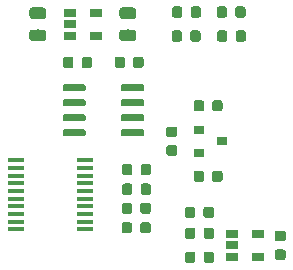
<source format=gtp>
G04 #@! TF.GenerationSoftware,KiCad,Pcbnew,(5.1.2)-1*
G04 #@! TF.CreationDate,2022-10-08T12:37:54+09:00*
G04 #@! TF.ProjectId,thamp,7468616d-702e-46b6-9963-61645f706362,v1.2*
G04 #@! TF.SameCoordinates,Original*
G04 #@! TF.FileFunction,Paste,Top*
G04 #@! TF.FilePolarity,Positive*
%FSLAX46Y46*%
G04 Gerber Fmt 4.6, Leading zero omitted, Abs format (unit mm)*
G04 Created by KiCad (PCBNEW (5.1.2)-1) date 2022-10-08 12:37:54*
%MOMM*%
%LPD*%
G04 APERTURE LIST*
%ADD10C,0.100000*%
%ADD11C,0.875000*%
%ADD12R,1.450000X0.450000*%
%ADD13R,1.060000X0.650000*%
%ADD14C,0.600000*%
%ADD15R,0.900000X0.800000*%
%ADD16C,0.975000*%
G04 APERTURE END LIST*
D10*
G36*
X142365191Y-118626053D02*
G01*
X142386426Y-118629203D01*
X142407250Y-118634419D01*
X142427462Y-118641651D01*
X142446868Y-118650830D01*
X142465281Y-118661866D01*
X142482524Y-118674654D01*
X142498430Y-118689070D01*
X142512846Y-118704976D01*
X142525634Y-118722219D01*
X142536670Y-118740632D01*
X142545849Y-118760038D01*
X142553081Y-118780250D01*
X142558297Y-118801074D01*
X142561447Y-118822309D01*
X142562500Y-118843750D01*
X142562500Y-119356250D01*
X142561447Y-119377691D01*
X142558297Y-119398926D01*
X142553081Y-119419750D01*
X142545849Y-119439962D01*
X142536670Y-119459368D01*
X142525634Y-119477781D01*
X142512846Y-119495024D01*
X142498430Y-119510930D01*
X142482524Y-119525346D01*
X142465281Y-119538134D01*
X142446868Y-119549170D01*
X142427462Y-119558349D01*
X142407250Y-119565581D01*
X142386426Y-119570797D01*
X142365191Y-119573947D01*
X142343750Y-119575000D01*
X141906250Y-119575000D01*
X141884809Y-119573947D01*
X141863574Y-119570797D01*
X141842750Y-119565581D01*
X141822538Y-119558349D01*
X141803132Y-119549170D01*
X141784719Y-119538134D01*
X141767476Y-119525346D01*
X141751570Y-119510930D01*
X141737154Y-119495024D01*
X141724366Y-119477781D01*
X141713330Y-119459368D01*
X141704151Y-119439962D01*
X141696919Y-119419750D01*
X141691703Y-119398926D01*
X141688553Y-119377691D01*
X141687500Y-119356250D01*
X141687500Y-118843750D01*
X141688553Y-118822309D01*
X141691703Y-118801074D01*
X141696919Y-118780250D01*
X141704151Y-118760038D01*
X141713330Y-118740632D01*
X141724366Y-118722219D01*
X141737154Y-118704976D01*
X141751570Y-118689070D01*
X141767476Y-118674654D01*
X141784719Y-118661866D01*
X141803132Y-118650830D01*
X141822538Y-118641651D01*
X141842750Y-118634419D01*
X141863574Y-118629203D01*
X141884809Y-118626053D01*
X141906250Y-118625000D01*
X142343750Y-118625000D01*
X142365191Y-118626053D01*
X142365191Y-118626053D01*
G37*
D11*
X142125000Y-119100000D03*
D10*
G36*
X143940191Y-118626053D02*
G01*
X143961426Y-118629203D01*
X143982250Y-118634419D01*
X144002462Y-118641651D01*
X144021868Y-118650830D01*
X144040281Y-118661866D01*
X144057524Y-118674654D01*
X144073430Y-118689070D01*
X144087846Y-118704976D01*
X144100634Y-118722219D01*
X144111670Y-118740632D01*
X144120849Y-118760038D01*
X144128081Y-118780250D01*
X144133297Y-118801074D01*
X144136447Y-118822309D01*
X144137500Y-118843750D01*
X144137500Y-119356250D01*
X144136447Y-119377691D01*
X144133297Y-119398926D01*
X144128081Y-119419750D01*
X144120849Y-119439962D01*
X144111670Y-119459368D01*
X144100634Y-119477781D01*
X144087846Y-119495024D01*
X144073430Y-119510930D01*
X144057524Y-119525346D01*
X144040281Y-119538134D01*
X144021868Y-119549170D01*
X144002462Y-119558349D01*
X143982250Y-119565581D01*
X143961426Y-119570797D01*
X143940191Y-119573947D01*
X143918750Y-119575000D01*
X143481250Y-119575000D01*
X143459809Y-119573947D01*
X143438574Y-119570797D01*
X143417750Y-119565581D01*
X143397538Y-119558349D01*
X143378132Y-119549170D01*
X143359719Y-119538134D01*
X143342476Y-119525346D01*
X143326570Y-119510930D01*
X143312154Y-119495024D01*
X143299366Y-119477781D01*
X143288330Y-119459368D01*
X143279151Y-119439962D01*
X143271919Y-119419750D01*
X143266703Y-119398926D01*
X143263553Y-119377691D01*
X143262500Y-119356250D01*
X143262500Y-118843750D01*
X143263553Y-118822309D01*
X143266703Y-118801074D01*
X143271919Y-118780250D01*
X143279151Y-118760038D01*
X143288330Y-118740632D01*
X143299366Y-118722219D01*
X143312154Y-118704976D01*
X143326570Y-118689070D01*
X143342476Y-118674654D01*
X143359719Y-118661866D01*
X143378132Y-118650830D01*
X143397538Y-118641651D01*
X143417750Y-118634419D01*
X143438574Y-118629203D01*
X143459809Y-118626053D01*
X143481250Y-118625000D01*
X143918750Y-118625000D01*
X143940191Y-118626053D01*
X143940191Y-118626053D01*
G37*
D11*
X143700000Y-119100000D03*
D12*
X127350000Y-120545000D03*
X127350000Y-119895000D03*
X127350000Y-119245000D03*
X127350000Y-118595000D03*
X127350000Y-117945000D03*
X127350000Y-117295000D03*
X127350000Y-116645000D03*
X127350000Y-115995000D03*
X127350000Y-115345000D03*
X127350000Y-114695000D03*
X133250000Y-114695000D03*
X133250000Y-115345000D03*
X133250000Y-115995000D03*
X133250000Y-116645000D03*
X133250000Y-117295000D03*
X133250000Y-117945000D03*
X133250000Y-118595000D03*
X133250000Y-119245000D03*
X133250000Y-119895000D03*
X133250000Y-120545000D03*
D10*
G36*
X138615691Y-115006053D02*
G01*
X138636926Y-115009203D01*
X138657750Y-115014419D01*
X138677962Y-115021651D01*
X138697368Y-115030830D01*
X138715781Y-115041866D01*
X138733024Y-115054654D01*
X138748930Y-115069070D01*
X138763346Y-115084976D01*
X138776134Y-115102219D01*
X138787170Y-115120632D01*
X138796349Y-115140038D01*
X138803581Y-115160250D01*
X138808797Y-115181074D01*
X138811947Y-115202309D01*
X138813000Y-115223750D01*
X138813000Y-115736250D01*
X138811947Y-115757691D01*
X138808797Y-115778926D01*
X138803581Y-115799750D01*
X138796349Y-115819962D01*
X138787170Y-115839368D01*
X138776134Y-115857781D01*
X138763346Y-115875024D01*
X138748930Y-115890930D01*
X138733024Y-115905346D01*
X138715781Y-115918134D01*
X138697368Y-115929170D01*
X138677962Y-115938349D01*
X138657750Y-115945581D01*
X138636926Y-115950797D01*
X138615691Y-115953947D01*
X138594250Y-115955000D01*
X138156750Y-115955000D01*
X138135309Y-115953947D01*
X138114074Y-115950797D01*
X138093250Y-115945581D01*
X138073038Y-115938349D01*
X138053632Y-115929170D01*
X138035219Y-115918134D01*
X138017976Y-115905346D01*
X138002070Y-115890930D01*
X137987654Y-115875024D01*
X137974866Y-115857781D01*
X137963830Y-115839368D01*
X137954651Y-115819962D01*
X137947419Y-115799750D01*
X137942203Y-115778926D01*
X137939053Y-115757691D01*
X137938000Y-115736250D01*
X137938000Y-115223750D01*
X137939053Y-115202309D01*
X137942203Y-115181074D01*
X137947419Y-115160250D01*
X137954651Y-115140038D01*
X137963830Y-115120632D01*
X137974866Y-115102219D01*
X137987654Y-115084976D01*
X138002070Y-115069070D01*
X138017976Y-115054654D01*
X138035219Y-115041866D01*
X138053632Y-115030830D01*
X138073038Y-115021651D01*
X138093250Y-115014419D01*
X138114074Y-115009203D01*
X138135309Y-115006053D01*
X138156750Y-115005000D01*
X138594250Y-115005000D01*
X138615691Y-115006053D01*
X138615691Y-115006053D01*
G37*
D11*
X138375500Y-115480000D03*
D10*
G36*
X137040691Y-115006053D02*
G01*
X137061926Y-115009203D01*
X137082750Y-115014419D01*
X137102962Y-115021651D01*
X137122368Y-115030830D01*
X137140781Y-115041866D01*
X137158024Y-115054654D01*
X137173930Y-115069070D01*
X137188346Y-115084976D01*
X137201134Y-115102219D01*
X137212170Y-115120632D01*
X137221349Y-115140038D01*
X137228581Y-115160250D01*
X137233797Y-115181074D01*
X137236947Y-115202309D01*
X137238000Y-115223750D01*
X137238000Y-115736250D01*
X137236947Y-115757691D01*
X137233797Y-115778926D01*
X137228581Y-115799750D01*
X137221349Y-115819962D01*
X137212170Y-115839368D01*
X137201134Y-115857781D01*
X137188346Y-115875024D01*
X137173930Y-115890930D01*
X137158024Y-115905346D01*
X137140781Y-115918134D01*
X137122368Y-115929170D01*
X137102962Y-115938349D01*
X137082750Y-115945581D01*
X137061926Y-115950797D01*
X137040691Y-115953947D01*
X137019250Y-115955000D01*
X136581750Y-115955000D01*
X136560309Y-115953947D01*
X136539074Y-115950797D01*
X136518250Y-115945581D01*
X136498038Y-115938349D01*
X136478632Y-115929170D01*
X136460219Y-115918134D01*
X136442976Y-115905346D01*
X136427070Y-115890930D01*
X136412654Y-115875024D01*
X136399866Y-115857781D01*
X136388830Y-115839368D01*
X136379651Y-115819962D01*
X136372419Y-115799750D01*
X136367203Y-115778926D01*
X136364053Y-115757691D01*
X136363000Y-115736250D01*
X136363000Y-115223750D01*
X136364053Y-115202309D01*
X136367203Y-115181074D01*
X136372419Y-115160250D01*
X136379651Y-115140038D01*
X136388830Y-115120632D01*
X136399866Y-115102219D01*
X136412654Y-115084976D01*
X136427070Y-115069070D01*
X136442976Y-115054654D01*
X136460219Y-115041866D01*
X136478632Y-115030830D01*
X136498038Y-115021651D01*
X136518250Y-115014419D01*
X136539074Y-115009203D01*
X136560309Y-115006053D01*
X136581750Y-115005000D01*
X137019250Y-115005000D01*
X137040691Y-115006053D01*
X137040691Y-115006053D01*
G37*
D11*
X136800500Y-115480000D03*
D10*
G36*
X138625691Y-116666053D02*
G01*
X138646926Y-116669203D01*
X138667750Y-116674419D01*
X138687962Y-116681651D01*
X138707368Y-116690830D01*
X138725781Y-116701866D01*
X138743024Y-116714654D01*
X138758930Y-116729070D01*
X138773346Y-116744976D01*
X138786134Y-116762219D01*
X138797170Y-116780632D01*
X138806349Y-116800038D01*
X138813581Y-116820250D01*
X138818797Y-116841074D01*
X138821947Y-116862309D01*
X138823000Y-116883750D01*
X138823000Y-117396250D01*
X138821947Y-117417691D01*
X138818797Y-117438926D01*
X138813581Y-117459750D01*
X138806349Y-117479962D01*
X138797170Y-117499368D01*
X138786134Y-117517781D01*
X138773346Y-117535024D01*
X138758930Y-117550930D01*
X138743024Y-117565346D01*
X138725781Y-117578134D01*
X138707368Y-117589170D01*
X138687962Y-117598349D01*
X138667750Y-117605581D01*
X138646926Y-117610797D01*
X138625691Y-117613947D01*
X138604250Y-117615000D01*
X138166750Y-117615000D01*
X138145309Y-117613947D01*
X138124074Y-117610797D01*
X138103250Y-117605581D01*
X138083038Y-117598349D01*
X138063632Y-117589170D01*
X138045219Y-117578134D01*
X138027976Y-117565346D01*
X138012070Y-117550930D01*
X137997654Y-117535024D01*
X137984866Y-117517781D01*
X137973830Y-117499368D01*
X137964651Y-117479962D01*
X137957419Y-117459750D01*
X137952203Y-117438926D01*
X137949053Y-117417691D01*
X137948000Y-117396250D01*
X137948000Y-116883750D01*
X137949053Y-116862309D01*
X137952203Y-116841074D01*
X137957419Y-116820250D01*
X137964651Y-116800038D01*
X137973830Y-116780632D01*
X137984866Y-116762219D01*
X137997654Y-116744976D01*
X138012070Y-116729070D01*
X138027976Y-116714654D01*
X138045219Y-116701866D01*
X138063632Y-116690830D01*
X138083038Y-116681651D01*
X138103250Y-116674419D01*
X138124074Y-116669203D01*
X138145309Y-116666053D01*
X138166750Y-116665000D01*
X138604250Y-116665000D01*
X138625691Y-116666053D01*
X138625691Y-116666053D01*
G37*
D11*
X138385500Y-117140000D03*
D10*
G36*
X137050691Y-116666053D02*
G01*
X137071926Y-116669203D01*
X137092750Y-116674419D01*
X137112962Y-116681651D01*
X137132368Y-116690830D01*
X137150781Y-116701866D01*
X137168024Y-116714654D01*
X137183930Y-116729070D01*
X137198346Y-116744976D01*
X137211134Y-116762219D01*
X137222170Y-116780632D01*
X137231349Y-116800038D01*
X137238581Y-116820250D01*
X137243797Y-116841074D01*
X137246947Y-116862309D01*
X137248000Y-116883750D01*
X137248000Y-117396250D01*
X137246947Y-117417691D01*
X137243797Y-117438926D01*
X137238581Y-117459750D01*
X137231349Y-117479962D01*
X137222170Y-117499368D01*
X137211134Y-117517781D01*
X137198346Y-117535024D01*
X137183930Y-117550930D01*
X137168024Y-117565346D01*
X137150781Y-117578134D01*
X137132368Y-117589170D01*
X137112962Y-117598349D01*
X137092750Y-117605581D01*
X137071926Y-117610797D01*
X137050691Y-117613947D01*
X137029250Y-117615000D01*
X136591750Y-117615000D01*
X136570309Y-117613947D01*
X136549074Y-117610797D01*
X136528250Y-117605581D01*
X136508038Y-117598349D01*
X136488632Y-117589170D01*
X136470219Y-117578134D01*
X136452976Y-117565346D01*
X136437070Y-117550930D01*
X136422654Y-117535024D01*
X136409866Y-117517781D01*
X136398830Y-117499368D01*
X136389651Y-117479962D01*
X136382419Y-117459750D01*
X136377203Y-117438926D01*
X136374053Y-117417691D01*
X136373000Y-117396250D01*
X136373000Y-116883750D01*
X136374053Y-116862309D01*
X136377203Y-116841074D01*
X136382419Y-116820250D01*
X136389651Y-116800038D01*
X136398830Y-116780632D01*
X136409866Y-116762219D01*
X136422654Y-116744976D01*
X136437070Y-116729070D01*
X136452976Y-116714654D01*
X136470219Y-116701866D01*
X136488632Y-116690830D01*
X136508038Y-116681651D01*
X136528250Y-116674419D01*
X136549074Y-116669203D01*
X136570309Y-116666053D01*
X136591750Y-116665000D01*
X137029250Y-116665000D01*
X137050691Y-116666053D01*
X137050691Y-116666053D01*
G37*
D11*
X136810500Y-117140000D03*
D13*
X147862000Y-120952000D03*
X147862000Y-122852000D03*
X145662000Y-122852000D03*
X145662000Y-121902000D03*
X145662000Y-120952000D03*
D10*
G36*
X133144703Y-112085722D02*
G01*
X133159264Y-112087882D01*
X133173543Y-112091459D01*
X133187403Y-112096418D01*
X133200710Y-112102712D01*
X133213336Y-112110280D01*
X133225159Y-112119048D01*
X133236066Y-112128934D01*
X133245952Y-112139841D01*
X133254720Y-112151664D01*
X133262288Y-112164290D01*
X133268582Y-112177597D01*
X133273541Y-112191457D01*
X133277118Y-112205736D01*
X133279278Y-112220297D01*
X133280000Y-112235000D01*
X133280000Y-112535000D01*
X133279278Y-112549703D01*
X133277118Y-112564264D01*
X133273541Y-112578543D01*
X133268582Y-112592403D01*
X133262288Y-112605710D01*
X133254720Y-112618336D01*
X133245952Y-112630159D01*
X133236066Y-112641066D01*
X133225159Y-112650952D01*
X133213336Y-112659720D01*
X133200710Y-112667288D01*
X133187403Y-112673582D01*
X133173543Y-112678541D01*
X133159264Y-112682118D01*
X133144703Y-112684278D01*
X133130000Y-112685000D01*
X131480000Y-112685000D01*
X131465297Y-112684278D01*
X131450736Y-112682118D01*
X131436457Y-112678541D01*
X131422597Y-112673582D01*
X131409290Y-112667288D01*
X131396664Y-112659720D01*
X131384841Y-112650952D01*
X131373934Y-112641066D01*
X131364048Y-112630159D01*
X131355280Y-112618336D01*
X131347712Y-112605710D01*
X131341418Y-112592403D01*
X131336459Y-112578543D01*
X131332882Y-112564264D01*
X131330722Y-112549703D01*
X131330000Y-112535000D01*
X131330000Y-112235000D01*
X131330722Y-112220297D01*
X131332882Y-112205736D01*
X131336459Y-112191457D01*
X131341418Y-112177597D01*
X131347712Y-112164290D01*
X131355280Y-112151664D01*
X131364048Y-112139841D01*
X131373934Y-112128934D01*
X131384841Y-112119048D01*
X131396664Y-112110280D01*
X131409290Y-112102712D01*
X131422597Y-112096418D01*
X131436457Y-112091459D01*
X131450736Y-112087882D01*
X131465297Y-112085722D01*
X131480000Y-112085000D01*
X133130000Y-112085000D01*
X133144703Y-112085722D01*
X133144703Y-112085722D01*
G37*
D14*
X132305000Y-112385000D03*
D10*
G36*
X133144703Y-110815722D02*
G01*
X133159264Y-110817882D01*
X133173543Y-110821459D01*
X133187403Y-110826418D01*
X133200710Y-110832712D01*
X133213336Y-110840280D01*
X133225159Y-110849048D01*
X133236066Y-110858934D01*
X133245952Y-110869841D01*
X133254720Y-110881664D01*
X133262288Y-110894290D01*
X133268582Y-110907597D01*
X133273541Y-110921457D01*
X133277118Y-110935736D01*
X133279278Y-110950297D01*
X133280000Y-110965000D01*
X133280000Y-111265000D01*
X133279278Y-111279703D01*
X133277118Y-111294264D01*
X133273541Y-111308543D01*
X133268582Y-111322403D01*
X133262288Y-111335710D01*
X133254720Y-111348336D01*
X133245952Y-111360159D01*
X133236066Y-111371066D01*
X133225159Y-111380952D01*
X133213336Y-111389720D01*
X133200710Y-111397288D01*
X133187403Y-111403582D01*
X133173543Y-111408541D01*
X133159264Y-111412118D01*
X133144703Y-111414278D01*
X133130000Y-111415000D01*
X131480000Y-111415000D01*
X131465297Y-111414278D01*
X131450736Y-111412118D01*
X131436457Y-111408541D01*
X131422597Y-111403582D01*
X131409290Y-111397288D01*
X131396664Y-111389720D01*
X131384841Y-111380952D01*
X131373934Y-111371066D01*
X131364048Y-111360159D01*
X131355280Y-111348336D01*
X131347712Y-111335710D01*
X131341418Y-111322403D01*
X131336459Y-111308543D01*
X131332882Y-111294264D01*
X131330722Y-111279703D01*
X131330000Y-111265000D01*
X131330000Y-110965000D01*
X131330722Y-110950297D01*
X131332882Y-110935736D01*
X131336459Y-110921457D01*
X131341418Y-110907597D01*
X131347712Y-110894290D01*
X131355280Y-110881664D01*
X131364048Y-110869841D01*
X131373934Y-110858934D01*
X131384841Y-110849048D01*
X131396664Y-110840280D01*
X131409290Y-110832712D01*
X131422597Y-110826418D01*
X131436457Y-110821459D01*
X131450736Y-110817882D01*
X131465297Y-110815722D01*
X131480000Y-110815000D01*
X133130000Y-110815000D01*
X133144703Y-110815722D01*
X133144703Y-110815722D01*
G37*
D14*
X132305000Y-111115000D03*
D10*
G36*
X133144703Y-109545722D02*
G01*
X133159264Y-109547882D01*
X133173543Y-109551459D01*
X133187403Y-109556418D01*
X133200710Y-109562712D01*
X133213336Y-109570280D01*
X133225159Y-109579048D01*
X133236066Y-109588934D01*
X133245952Y-109599841D01*
X133254720Y-109611664D01*
X133262288Y-109624290D01*
X133268582Y-109637597D01*
X133273541Y-109651457D01*
X133277118Y-109665736D01*
X133279278Y-109680297D01*
X133280000Y-109695000D01*
X133280000Y-109995000D01*
X133279278Y-110009703D01*
X133277118Y-110024264D01*
X133273541Y-110038543D01*
X133268582Y-110052403D01*
X133262288Y-110065710D01*
X133254720Y-110078336D01*
X133245952Y-110090159D01*
X133236066Y-110101066D01*
X133225159Y-110110952D01*
X133213336Y-110119720D01*
X133200710Y-110127288D01*
X133187403Y-110133582D01*
X133173543Y-110138541D01*
X133159264Y-110142118D01*
X133144703Y-110144278D01*
X133130000Y-110145000D01*
X131480000Y-110145000D01*
X131465297Y-110144278D01*
X131450736Y-110142118D01*
X131436457Y-110138541D01*
X131422597Y-110133582D01*
X131409290Y-110127288D01*
X131396664Y-110119720D01*
X131384841Y-110110952D01*
X131373934Y-110101066D01*
X131364048Y-110090159D01*
X131355280Y-110078336D01*
X131347712Y-110065710D01*
X131341418Y-110052403D01*
X131336459Y-110038543D01*
X131332882Y-110024264D01*
X131330722Y-110009703D01*
X131330000Y-109995000D01*
X131330000Y-109695000D01*
X131330722Y-109680297D01*
X131332882Y-109665736D01*
X131336459Y-109651457D01*
X131341418Y-109637597D01*
X131347712Y-109624290D01*
X131355280Y-109611664D01*
X131364048Y-109599841D01*
X131373934Y-109588934D01*
X131384841Y-109579048D01*
X131396664Y-109570280D01*
X131409290Y-109562712D01*
X131422597Y-109556418D01*
X131436457Y-109551459D01*
X131450736Y-109547882D01*
X131465297Y-109545722D01*
X131480000Y-109545000D01*
X133130000Y-109545000D01*
X133144703Y-109545722D01*
X133144703Y-109545722D01*
G37*
D14*
X132305000Y-109845000D03*
D10*
G36*
X133144703Y-108275722D02*
G01*
X133159264Y-108277882D01*
X133173543Y-108281459D01*
X133187403Y-108286418D01*
X133200710Y-108292712D01*
X133213336Y-108300280D01*
X133225159Y-108309048D01*
X133236066Y-108318934D01*
X133245952Y-108329841D01*
X133254720Y-108341664D01*
X133262288Y-108354290D01*
X133268582Y-108367597D01*
X133273541Y-108381457D01*
X133277118Y-108395736D01*
X133279278Y-108410297D01*
X133280000Y-108425000D01*
X133280000Y-108725000D01*
X133279278Y-108739703D01*
X133277118Y-108754264D01*
X133273541Y-108768543D01*
X133268582Y-108782403D01*
X133262288Y-108795710D01*
X133254720Y-108808336D01*
X133245952Y-108820159D01*
X133236066Y-108831066D01*
X133225159Y-108840952D01*
X133213336Y-108849720D01*
X133200710Y-108857288D01*
X133187403Y-108863582D01*
X133173543Y-108868541D01*
X133159264Y-108872118D01*
X133144703Y-108874278D01*
X133130000Y-108875000D01*
X131480000Y-108875000D01*
X131465297Y-108874278D01*
X131450736Y-108872118D01*
X131436457Y-108868541D01*
X131422597Y-108863582D01*
X131409290Y-108857288D01*
X131396664Y-108849720D01*
X131384841Y-108840952D01*
X131373934Y-108831066D01*
X131364048Y-108820159D01*
X131355280Y-108808336D01*
X131347712Y-108795710D01*
X131341418Y-108782403D01*
X131336459Y-108768543D01*
X131332882Y-108754264D01*
X131330722Y-108739703D01*
X131330000Y-108725000D01*
X131330000Y-108425000D01*
X131330722Y-108410297D01*
X131332882Y-108395736D01*
X131336459Y-108381457D01*
X131341418Y-108367597D01*
X131347712Y-108354290D01*
X131355280Y-108341664D01*
X131364048Y-108329841D01*
X131373934Y-108318934D01*
X131384841Y-108309048D01*
X131396664Y-108300280D01*
X131409290Y-108292712D01*
X131422597Y-108286418D01*
X131436457Y-108281459D01*
X131450736Y-108277882D01*
X131465297Y-108275722D01*
X131480000Y-108275000D01*
X133130000Y-108275000D01*
X133144703Y-108275722D01*
X133144703Y-108275722D01*
G37*
D14*
X132305000Y-108575000D03*
D10*
G36*
X138094703Y-108275722D02*
G01*
X138109264Y-108277882D01*
X138123543Y-108281459D01*
X138137403Y-108286418D01*
X138150710Y-108292712D01*
X138163336Y-108300280D01*
X138175159Y-108309048D01*
X138186066Y-108318934D01*
X138195952Y-108329841D01*
X138204720Y-108341664D01*
X138212288Y-108354290D01*
X138218582Y-108367597D01*
X138223541Y-108381457D01*
X138227118Y-108395736D01*
X138229278Y-108410297D01*
X138230000Y-108425000D01*
X138230000Y-108725000D01*
X138229278Y-108739703D01*
X138227118Y-108754264D01*
X138223541Y-108768543D01*
X138218582Y-108782403D01*
X138212288Y-108795710D01*
X138204720Y-108808336D01*
X138195952Y-108820159D01*
X138186066Y-108831066D01*
X138175159Y-108840952D01*
X138163336Y-108849720D01*
X138150710Y-108857288D01*
X138137403Y-108863582D01*
X138123543Y-108868541D01*
X138109264Y-108872118D01*
X138094703Y-108874278D01*
X138080000Y-108875000D01*
X136430000Y-108875000D01*
X136415297Y-108874278D01*
X136400736Y-108872118D01*
X136386457Y-108868541D01*
X136372597Y-108863582D01*
X136359290Y-108857288D01*
X136346664Y-108849720D01*
X136334841Y-108840952D01*
X136323934Y-108831066D01*
X136314048Y-108820159D01*
X136305280Y-108808336D01*
X136297712Y-108795710D01*
X136291418Y-108782403D01*
X136286459Y-108768543D01*
X136282882Y-108754264D01*
X136280722Y-108739703D01*
X136280000Y-108725000D01*
X136280000Y-108425000D01*
X136280722Y-108410297D01*
X136282882Y-108395736D01*
X136286459Y-108381457D01*
X136291418Y-108367597D01*
X136297712Y-108354290D01*
X136305280Y-108341664D01*
X136314048Y-108329841D01*
X136323934Y-108318934D01*
X136334841Y-108309048D01*
X136346664Y-108300280D01*
X136359290Y-108292712D01*
X136372597Y-108286418D01*
X136386457Y-108281459D01*
X136400736Y-108277882D01*
X136415297Y-108275722D01*
X136430000Y-108275000D01*
X138080000Y-108275000D01*
X138094703Y-108275722D01*
X138094703Y-108275722D01*
G37*
D14*
X137255000Y-108575000D03*
D10*
G36*
X138094703Y-109545722D02*
G01*
X138109264Y-109547882D01*
X138123543Y-109551459D01*
X138137403Y-109556418D01*
X138150710Y-109562712D01*
X138163336Y-109570280D01*
X138175159Y-109579048D01*
X138186066Y-109588934D01*
X138195952Y-109599841D01*
X138204720Y-109611664D01*
X138212288Y-109624290D01*
X138218582Y-109637597D01*
X138223541Y-109651457D01*
X138227118Y-109665736D01*
X138229278Y-109680297D01*
X138230000Y-109695000D01*
X138230000Y-109995000D01*
X138229278Y-110009703D01*
X138227118Y-110024264D01*
X138223541Y-110038543D01*
X138218582Y-110052403D01*
X138212288Y-110065710D01*
X138204720Y-110078336D01*
X138195952Y-110090159D01*
X138186066Y-110101066D01*
X138175159Y-110110952D01*
X138163336Y-110119720D01*
X138150710Y-110127288D01*
X138137403Y-110133582D01*
X138123543Y-110138541D01*
X138109264Y-110142118D01*
X138094703Y-110144278D01*
X138080000Y-110145000D01*
X136430000Y-110145000D01*
X136415297Y-110144278D01*
X136400736Y-110142118D01*
X136386457Y-110138541D01*
X136372597Y-110133582D01*
X136359290Y-110127288D01*
X136346664Y-110119720D01*
X136334841Y-110110952D01*
X136323934Y-110101066D01*
X136314048Y-110090159D01*
X136305280Y-110078336D01*
X136297712Y-110065710D01*
X136291418Y-110052403D01*
X136286459Y-110038543D01*
X136282882Y-110024264D01*
X136280722Y-110009703D01*
X136280000Y-109995000D01*
X136280000Y-109695000D01*
X136280722Y-109680297D01*
X136282882Y-109665736D01*
X136286459Y-109651457D01*
X136291418Y-109637597D01*
X136297712Y-109624290D01*
X136305280Y-109611664D01*
X136314048Y-109599841D01*
X136323934Y-109588934D01*
X136334841Y-109579048D01*
X136346664Y-109570280D01*
X136359290Y-109562712D01*
X136372597Y-109556418D01*
X136386457Y-109551459D01*
X136400736Y-109547882D01*
X136415297Y-109545722D01*
X136430000Y-109545000D01*
X138080000Y-109545000D01*
X138094703Y-109545722D01*
X138094703Y-109545722D01*
G37*
D14*
X137255000Y-109845000D03*
D10*
G36*
X138094703Y-110815722D02*
G01*
X138109264Y-110817882D01*
X138123543Y-110821459D01*
X138137403Y-110826418D01*
X138150710Y-110832712D01*
X138163336Y-110840280D01*
X138175159Y-110849048D01*
X138186066Y-110858934D01*
X138195952Y-110869841D01*
X138204720Y-110881664D01*
X138212288Y-110894290D01*
X138218582Y-110907597D01*
X138223541Y-110921457D01*
X138227118Y-110935736D01*
X138229278Y-110950297D01*
X138230000Y-110965000D01*
X138230000Y-111265000D01*
X138229278Y-111279703D01*
X138227118Y-111294264D01*
X138223541Y-111308543D01*
X138218582Y-111322403D01*
X138212288Y-111335710D01*
X138204720Y-111348336D01*
X138195952Y-111360159D01*
X138186066Y-111371066D01*
X138175159Y-111380952D01*
X138163336Y-111389720D01*
X138150710Y-111397288D01*
X138137403Y-111403582D01*
X138123543Y-111408541D01*
X138109264Y-111412118D01*
X138094703Y-111414278D01*
X138080000Y-111415000D01*
X136430000Y-111415000D01*
X136415297Y-111414278D01*
X136400736Y-111412118D01*
X136386457Y-111408541D01*
X136372597Y-111403582D01*
X136359290Y-111397288D01*
X136346664Y-111389720D01*
X136334841Y-111380952D01*
X136323934Y-111371066D01*
X136314048Y-111360159D01*
X136305280Y-111348336D01*
X136297712Y-111335710D01*
X136291418Y-111322403D01*
X136286459Y-111308543D01*
X136282882Y-111294264D01*
X136280722Y-111279703D01*
X136280000Y-111265000D01*
X136280000Y-110965000D01*
X136280722Y-110950297D01*
X136282882Y-110935736D01*
X136286459Y-110921457D01*
X136291418Y-110907597D01*
X136297712Y-110894290D01*
X136305280Y-110881664D01*
X136314048Y-110869841D01*
X136323934Y-110858934D01*
X136334841Y-110849048D01*
X136346664Y-110840280D01*
X136359290Y-110832712D01*
X136372597Y-110826418D01*
X136386457Y-110821459D01*
X136400736Y-110817882D01*
X136415297Y-110815722D01*
X136430000Y-110815000D01*
X138080000Y-110815000D01*
X138094703Y-110815722D01*
X138094703Y-110815722D01*
G37*
D14*
X137255000Y-111115000D03*
D10*
G36*
X138094703Y-112085722D02*
G01*
X138109264Y-112087882D01*
X138123543Y-112091459D01*
X138137403Y-112096418D01*
X138150710Y-112102712D01*
X138163336Y-112110280D01*
X138175159Y-112119048D01*
X138186066Y-112128934D01*
X138195952Y-112139841D01*
X138204720Y-112151664D01*
X138212288Y-112164290D01*
X138218582Y-112177597D01*
X138223541Y-112191457D01*
X138227118Y-112205736D01*
X138229278Y-112220297D01*
X138230000Y-112235000D01*
X138230000Y-112535000D01*
X138229278Y-112549703D01*
X138227118Y-112564264D01*
X138223541Y-112578543D01*
X138218582Y-112592403D01*
X138212288Y-112605710D01*
X138204720Y-112618336D01*
X138195952Y-112630159D01*
X138186066Y-112641066D01*
X138175159Y-112650952D01*
X138163336Y-112659720D01*
X138150710Y-112667288D01*
X138137403Y-112673582D01*
X138123543Y-112678541D01*
X138109264Y-112682118D01*
X138094703Y-112684278D01*
X138080000Y-112685000D01*
X136430000Y-112685000D01*
X136415297Y-112684278D01*
X136400736Y-112682118D01*
X136386457Y-112678541D01*
X136372597Y-112673582D01*
X136359290Y-112667288D01*
X136346664Y-112659720D01*
X136334841Y-112650952D01*
X136323934Y-112641066D01*
X136314048Y-112630159D01*
X136305280Y-112618336D01*
X136297712Y-112605710D01*
X136291418Y-112592403D01*
X136286459Y-112578543D01*
X136282882Y-112564264D01*
X136280722Y-112549703D01*
X136280000Y-112535000D01*
X136280000Y-112235000D01*
X136280722Y-112220297D01*
X136282882Y-112205736D01*
X136286459Y-112191457D01*
X136291418Y-112177597D01*
X136297712Y-112164290D01*
X136305280Y-112151664D01*
X136314048Y-112139841D01*
X136323934Y-112128934D01*
X136334841Y-112119048D01*
X136346664Y-112110280D01*
X136359290Y-112102712D01*
X136372597Y-112096418D01*
X136386457Y-112091459D01*
X136400736Y-112087882D01*
X136415297Y-112085722D01*
X136430000Y-112085000D01*
X138080000Y-112085000D01*
X138094703Y-112085722D01*
X138094703Y-112085722D01*
G37*
D14*
X137255000Y-112385000D03*
D13*
X134140000Y-102236000D03*
X134140000Y-104136000D03*
X131940000Y-104136000D03*
X131940000Y-103186000D03*
X131940000Y-102236000D03*
D10*
G36*
X146653691Y-103708053D02*
G01*
X146674926Y-103711203D01*
X146695750Y-103716419D01*
X146715962Y-103723651D01*
X146735368Y-103732830D01*
X146753781Y-103743866D01*
X146771024Y-103756654D01*
X146786930Y-103771070D01*
X146801346Y-103786976D01*
X146814134Y-103804219D01*
X146825170Y-103822632D01*
X146834349Y-103842038D01*
X146841581Y-103862250D01*
X146846797Y-103883074D01*
X146849947Y-103904309D01*
X146851000Y-103925750D01*
X146851000Y-104438250D01*
X146849947Y-104459691D01*
X146846797Y-104480926D01*
X146841581Y-104501750D01*
X146834349Y-104521962D01*
X146825170Y-104541368D01*
X146814134Y-104559781D01*
X146801346Y-104577024D01*
X146786930Y-104592930D01*
X146771024Y-104607346D01*
X146753781Y-104620134D01*
X146735368Y-104631170D01*
X146715962Y-104640349D01*
X146695750Y-104647581D01*
X146674926Y-104652797D01*
X146653691Y-104655947D01*
X146632250Y-104657000D01*
X146194750Y-104657000D01*
X146173309Y-104655947D01*
X146152074Y-104652797D01*
X146131250Y-104647581D01*
X146111038Y-104640349D01*
X146091632Y-104631170D01*
X146073219Y-104620134D01*
X146055976Y-104607346D01*
X146040070Y-104592930D01*
X146025654Y-104577024D01*
X146012866Y-104559781D01*
X146001830Y-104541368D01*
X145992651Y-104521962D01*
X145985419Y-104501750D01*
X145980203Y-104480926D01*
X145977053Y-104459691D01*
X145976000Y-104438250D01*
X145976000Y-103925750D01*
X145977053Y-103904309D01*
X145980203Y-103883074D01*
X145985419Y-103862250D01*
X145992651Y-103842038D01*
X146001830Y-103822632D01*
X146012866Y-103804219D01*
X146025654Y-103786976D01*
X146040070Y-103771070D01*
X146055976Y-103756654D01*
X146073219Y-103743866D01*
X146091632Y-103732830D01*
X146111038Y-103723651D01*
X146131250Y-103716419D01*
X146152074Y-103711203D01*
X146173309Y-103708053D01*
X146194750Y-103707000D01*
X146632250Y-103707000D01*
X146653691Y-103708053D01*
X146653691Y-103708053D01*
G37*
D11*
X146413500Y-104182000D03*
D10*
G36*
X145078691Y-103708053D02*
G01*
X145099926Y-103711203D01*
X145120750Y-103716419D01*
X145140962Y-103723651D01*
X145160368Y-103732830D01*
X145178781Y-103743866D01*
X145196024Y-103756654D01*
X145211930Y-103771070D01*
X145226346Y-103786976D01*
X145239134Y-103804219D01*
X145250170Y-103822632D01*
X145259349Y-103842038D01*
X145266581Y-103862250D01*
X145271797Y-103883074D01*
X145274947Y-103904309D01*
X145276000Y-103925750D01*
X145276000Y-104438250D01*
X145274947Y-104459691D01*
X145271797Y-104480926D01*
X145266581Y-104501750D01*
X145259349Y-104521962D01*
X145250170Y-104541368D01*
X145239134Y-104559781D01*
X145226346Y-104577024D01*
X145211930Y-104592930D01*
X145196024Y-104607346D01*
X145178781Y-104620134D01*
X145160368Y-104631170D01*
X145140962Y-104640349D01*
X145120750Y-104647581D01*
X145099926Y-104652797D01*
X145078691Y-104655947D01*
X145057250Y-104657000D01*
X144619750Y-104657000D01*
X144598309Y-104655947D01*
X144577074Y-104652797D01*
X144556250Y-104647581D01*
X144536038Y-104640349D01*
X144516632Y-104631170D01*
X144498219Y-104620134D01*
X144480976Y-104607346D01*
X144465070Y-104592930D01*
X144450654Y-104577024D01*
X144437866Y-104559781D01*
X144426830Y-104541368D01*
X144417651Y-104521962D01*
X144410419Y-104501750D01*
X144405203Y-104480926D01*
X144402053Y-104459691D01*
X144401000Y-104438250D01*
X144401000Y-103925750D01*
X144402053Y-103904309D01*
X144405203Y-103883074D01*
X144410419Y-103862250D01*
X144417651Y-103842038D01*
X144426830Y-103822632D01*
X144437866Y-103804219D01*
X144450654Y-103786976D01*
X144465070Y-103771070D01*
X144480976Y-103756654D01*
X144498219Y-103743866D01*
X144516632Y-103732830D01*
X144536038Y-103723651D01*
X144556250Y-103716419D01*
X144577074Y-103711203D01*
X144598309Y-103708053D01*
X144619750Y-103707000D01*
X145057250Y-103707000D01*
X145078691Y-103708053D01*
X145078691Y-103708053D01*
G37*
D11*
X144838500Y-104182000D03*
D10*
G36*
X142378691Y-122444053D02*
G01*
X142399926Y-122447203D01*
X142420750Y-122452419D01*
X142440962Y-122459651D01*
X142460368Y-122468830D01*
X142478781Y-122479866D01*
X142496024Y-122492654D01*
X142511930Y-122507070D01*
X142526346Y-122522976D01*
X142539134Y-122540219D01*
X142550170Y-122558632D01*
X142559349Y-122578038D01*
X142566581Y-122598250D01*
X142571797Y-122619074D01*
X142574947Y-122640309D01*
X142576000Y-122661750D01*
X142576000Y-123174250D01*
X142574947Y-123195691D01*
X142571797Y-123216926D01*
X142566581Y-123237750D01*
X142559349Y-123257962D01*
X142550170Y-123277368D01*
X142539134Y-123295781D01*
X142526346Y-123313024D01*
X142511930Y-123328930D01*
X142496024Y-123343346D01*
X142478781Y-123356134D01*
X142460368Y-123367170D01*
X142440962Y-123376349D01*
X142420750Y-123383581D01*
X142399926Y-123388797D01*
X142378691Y-123391947D01*
X142357250Y-123393000D01*
X141919750Y-123393000D01*
X141898309Y-123391947D01*
X141877074Y-123388797D01*
X141856250Y-123383581D01*
X141836038Y-123376349D01*
X141816632Y-123367170D01*
X141798219Y-123356134D01*
X141780976Y-123343346D01*
X141765070Y-123328930D01*
X141750654Y-123313024D01*
X141737866Y-123295781D01*
X141726830Y-123277368D01*
X141717651Y-123257962D01*
X141710419Y-123237750D01*
X141705203Y-123216926D01*
X141702053Y-123195691D01*
X141701000Y-123174250D01*
X141701000Y-122661750D01*
X141702053Y-122640309D01*
X141705203Y-122619074D01*
X141710419Y-122598250D01*
X141717651Y-122578038D01*
X141726830Y-122558632D01*
X141737866Y-122540219D01*
X141750654Y-122522976D01*
X141765070Y-122507070D01*
X141780976Y-122492654D01*
X141798219Y-122479866D01*
X141816632Y-122468830D01*
X141836038Y-122459651D01*
X141856250Y-122452419D01*
X141877074Y-122447203D01*
X141898309Y-122444053D01*
X141919750Y-122443000D01*
X142357250Y-122443000D01*
X142378691Y-122444053D01*
X142378691Y-122444053D01*
G37*
D11*
X142138500Y-122918000D03*
D10*
G36*
X143953691Y-122444053D02*
G01*
X143974926Y-122447203D01*
X143995750Y-122452419D01*
X144015962Y-122459651D01*
X144035368Y-122468830D01*
X144053781Y-122479866D01*
X144071024Y-122492654D01*
X144086930Y-122507070D01*
X144101346Y-122522976D01*
X144114134Y-122540219D01*
X144125170Y-122558632D01*
X144134349Y-122578038D01*
X144141581Y-122598250D01*
X144146797Y-122619074D01*
X144149947Y-122640309D01*
X144151000Y-122661750D01*
X144151000Y-123174250D01*
X144149947Y-123195691D01*
X144146797Y-123216926D01*
X144141581Y-123237750D01*
X144134349Y-123257962D01*
X144125170Y-123277368D01*
X144114134Y-123295781D01*
X144101346Y-123313024D01*
X144086930Y-123328930D01*
X144071024Y-123343346D01*
X144053781Y-123356134D01*
X144035368Y-123367170D01*
X144015962Y-123376349D01*
X143995750Y-123383581D01*
X143974926Y-123388797D01*
X143953691Y-123391947D01*
X143932250Y-123393000D01*
X143494750Y-123393000D01*
X143473309Y-123391947D01*
X143452074Y-123388797D01*
X143431250Y-123383581D01*
X143411038Y-123376349D01*
X143391632Y-123367170D01*
X143373219Y-123356134D01*
X143355976Y-123343346D01*
X143340070Y-123328930D01*
X143325654Y-123313024D01*
X143312866Y-123295781D01*
X143301830Y-123277368D01*
X143292651Y-123257962D01*
X143285419Y-123237750D01*
X143280203Y-123216926D01*
X143277053Y-123195691D01*
X143276000Y-123174250D01*
X143276000Y-122661750D01*
X143277053Y-122640309D01*
X143280203Y-122619074D01*
X143285419Y-122598250D01*
X143292651Y-122578038D01*
X143301830Y-122558632D01*
X143312866Y-122540219D01*
X143325654Y-122522976D01*
X143340070Y-122507070D01*
X143355976Y-122492654D01*
X143373219Y-122479866D01*
X143391632Y-122468830D01*
X143411038Y-122459651D01*
X143431250Y-122452419D01*
X143452074Y-122447203D01*
X143473309Y-122444053D01*
X143494750Y-122443000D01*
X143932250Y-122443000D01*
X143953691Y-122444053D01*
X143953691Y-122444053D01*
G37*
D11*
X143713500Y-122918000D03*
D10*
G36*
X138591691Y-119944053D02*
G01*
X138612926Y-119947203D01*
X138633750Y-119952419D01*
X138653962Y-119959651D01*
X138673368Y-119968830D01*
X138691781Y-119979866D01*
X138709024Y-119992654D01*
X138724930Y-120007070D01*
X138739346Y-120022976D01*
X138752134Y-120040219D01*
X138763170Y-120058632D01*
X138772349Y-120078038D01*
X138779581Y-120098250D01*
X138784797Y-120119074D01*
X138787947Y-120140309D01*
X138789000Y-120161750D01*
X138789000Y-120674250D01*
X138787947Y-120695691D01*
X138784797Y-120716926D01*
X138779581Y-120737750D01*
X138772349Y-120757962D01*
X138763170Y-120777368D01*
X138752134Y-120795781D01*
X138739346Y-120813024D01*
X138724930Y-120828930D01*
X138709024Y-120843346D01*
X138691781Y-120856134D01*
X138673368Y-120867170D01*
X138653962Y-120876349D01*
X138633750Y-120883581D01*
X138612926Y-120888797D01*
X138591691Y-120891947D01*
X138570250Y-120893000D01*
X138132750Y-120893000D01*
X138111309Y-120891947D01*
X138090074Y-120888797D01*
X138069250Y-120883581D01*
X138049038Y-120876349D01*
X138029632Y-120867170D01*
X138011219Y-120856134D01*
X137993976Y-120843346D01*
X137978070Y-120828930D01*
X137963654Y-120813024D01*
X137950866Y-120795781D01*
X137939830Y-120777368D01*
X137930651Y-120757962D01*
X137923419Y-120737750D01*
X137918203Y-120716926D01*
X137915053Y-120695691D01*
X137914000Y-120674250D01*
X137914000Y-120161750D01*
X137915053Y-120140309D01*
X137918203Y-120119074D01*
X137923419Y-120098250D01*
X137930651Y-120078038D01*
X137939830Y-120058632D01*
X137950866Y-120040219D01*
X137963654Y-120022976D01*
X137978070Y-120007070D01*
X137993976Y-119992654D01*
X138011219Y-119979866D01*
X138029632Y-119968830D01*
X138049038Y-119959651D01*
X138069250Y-119952419D01*
X138090074Y-119947203D01*
X138111309Y-119944053D01*
X138132750Y-119943000D01*
X138570250Y-119943000D01*
X138591691Y-119944053D01*
X138591691Y-119944053D01*
G37*
D11*
X138351500Y-120418000D03*
D10*
G36*
X137016691Y-119944053D02*
G01*
X137037926Y-119947203D01*
X137058750Y-119952419D01*
X137078962Y-119959651D01*
X137098368Y-119968830D01*
X137116781Y-119979866D01*
X137134024Y-119992654D01*
X137149930Y-120007070D01*
X137164346Y-120022976D01*
X137177134Y-120040219D01*
X137188170Y-120058632D01*
X137197349Y-120078038D01*
X137204581Y-120098250D01*
X137209797Y-120119074D01*
X137212947Y-120140309D01*
X137214000Y-120161750D01*
X137214000Y-120674250D01*
X137212947Y-120695691D01*
X137209797Y-120716926D01*
X137204581Y-120737750D01*
X137197349Y-120757962D01*
X137188170Y-120777368D01*
X137177134Y-120795781D01*
X137164346Y-120813024D01*
X137149930Y-120828930D01*
X137134024Y-120843346D01*
X137116781Y-120856134D01*
X137098368Y-120867170D01*
X137078962Y-120876349D01*
X137058750Y-120883581D01*
X137037926Y-120888797D01*
X137016691Y-120891947D01*
X136995250Y-120893000D01*
X136557750Y-120893000D01*
X136536309Y-120891947D01*
X136515074Y-120888797D01*
X136494250Y-120883581D01*
X136474038Y-120876349D01*
X136454632Y-120867170D01*
X136436219Y-120856134D01*
X136418976Y-120843346D01*
X136403070Y-120828930D01*
X136388654Y-120813024D01*
X136375866Y-120795781D01*
X136364830Y-120777368D01*
X136355651Y-120757962D01*
X136348419Y-120737750D01*
X136343203Y-120716926D01*
X136340053Y-120695691D01*
X136339000Y-120674250D01*
X136339000Y-120161750D01*
X136340053Y-120140309D01*
X136343203Y-120119074D01*
X136348419Y-120098250D01*
X136355651Y-120078038D01*
X136364830Y-120058632D01*
X136375866Y-120040219D01*
X136388654Y-120022976D01*
X136403070Y-120007070D01*
X136418976Y-119992654D01*
X136436219Y-119979866D01*
X136454632Y-119968830D01*
X136474038Y-119959651D01*
X136494250Y-119952419D01*
X136515074Y-119947203D01*
X136536309Y-119944053D01*
X136557750Y-119943000D01*
X136995250Y-119943000D01*
X137016691Y-119944053D01*
X137016691Y-119944053D01*
G37*
D11*
X136776500Y-120418000D03*
D10*
G36*
X146627691Y-101676053D02*
G01*
X146648926Y-101679203D01*
X146669750Y-101684419D01*
X146689962Y-101691651D01*
X146709368Y-101700830D01*
X146727781Y-101711866D01*
X146745024Y-101724654D01*
X146760930Y-101739070D01*
X146775346Y-101754976D01*
X146788134Y-101772219D01*
X146799170Y-101790632D01*
X146808349Y-101810038D01*
X146815581Y-101830250D01*
X146820797Y-101851074D01*
X146823947Y-101872309D01*
X146825000Y-101893750D01*
X146825000Y-102406250D01*
X146823947Y-102427691D01*
X146820797Y-102448926D01*
X146815581Y-102469750D01*
X146808349Y-102489962D01*
X146799170Y-102509368D01*
X146788134Y-102527781D01*
X146775346Y-102545024D01*
X146760930Y-102560930D01*
X146745024Y-102575346D01*
X146727781Y-102588134D01*
X146709368Y-102599170D01*
X146689962Y-102608349D01*
X146669750Y-102615581D01*
X146648926Y-102620797D01*
X146627691Y-102623947D01*
X146606250Y-102625000D01*
X146168750Y-102625000D01*
X146147309Y-102623947D01*
X146126074Y-102620797D01*
X146105250Y-102615581D01*
X146085038Y-102608349D01*
X146065632Y-102599170D01*
X146047219Y-102588134D01*
X146029976Y-102575346D01*
X146014070Y-102560930D01*
X145999654Y-102545024D01*
X145986866Y-102527781D01*
X145975830Y-102509368D01*
X145966651Y-102489962D01*
X145959419Y-102469750D01*
X145954203Y-102448926D01*
X145951053Y-102427691D01*
X145950000Y-102406250D01*
X145950000Y-101893750D01*
X145951053Y-101872309D01*
X145954203Y-101851074D01*
X145959419Y-101830250D01*
X145966651Y-101810038D01*
X145975830Y-101790632D01*
X145986866Y-101772219D01*
X145999654Y-101754976D01*
X146014070Y-101739070D01*
X146029976Y-101724654D01*
X146047219Y-101711866D01*
X146065632Y-101700830D01*
X146085038Y-101691651D01*
X146105250Y-101684419D01*
X146126074Y-101679203D01*
X146147309Y-101676053D01*
X146168750Y-101675000D01*
X146606250Y-101675000D01*
X146627691Y-101676053D01*
X146627691Y-101676053D01*
G37*
D11*
X146387500Y-102150000D03*
D10*
G36*
X145052691Y-101676053D02*
G01*
X145073926Y-101679203D01*
X145094750Y-101684419D01*
X145114962Y-101691651D01*
X145134368Y-101700830D01*
X145152781Y-101711866D01*
X145170024Y-101724654D01*
X145185930Y-101739070D01*
X145200346Y-101754976D01*
X145213134Y-101772219D01*
X145224170Y-101790632D01*
X145233349Y-101810038D01*
X145240581Y-101830250D01*
X145245797Y-101851074D01*
X145248947Y-101872309D01*
X145250000Y-101893750D01*
X145250000Y-102406250D01*
X145248947Y-102427691D01*
X145245797Y-102448926D01*
X145240581Y-102469750D01*
X145233349Y-102489962D01*
X145224170Y-102509368D01*
X145213134Y-102527781D01*
X145200346Y-102545024D01*
X145185930Y-102560930D01*
X145170024Y-102575346D01*
X145152781Y-102588134D01*
X145134368Y-102599170D01*
X145114962Y-102608349D01*
X145094750Y-102615581D01*
X145073926Y-102620797D01*
X145052691Y-102623947D01*
X145031250Y-102625000D01*
X144593750Y-102625000D01*
X144572309Y-102623947D01*
X144551074Y-102620797D01*
X144530250Y-102615581D01*
X144510038Y-102608349D01*
X144490632Y-102599170D01*
X144472219Y-102588134D01*
X144454976Y-102575346D01*
X144439070Y-102560930D01*
X144424654Y-102545024D01*
X144411866Y-102527781D01*
X144400830Y-102509368D01*
X144391651Y-102489962D01*
X144384419Y-102469750D01*
X144379203Y-102448926D01*
X144376053Y-102427691D01*
X144375000Y-102406250D01*
X144375000Y-101893750D01*
X144376053Y-101872309D01*
X144379203Y-101851074D01*
X144384419Y-101830250D01*
X144391651Y-101810038D01*
X144400830Y-101790632D01*
X144411866Y-101772219D01*
X144424654Y-101754976D01*
X144439070Y-101739070D01*
X144454976Y-101724654D01*
X144472219Y-101711866D01*
X144490632Y-101700830D01*
X144510038Y-101691651D01*
X144530250Y-101684419D01*
X144551074Y-101679203D01*
X144572309Y-101676053D01*
X144593750Y-101675000D01*
X145031250Y-101675000D01*
X145052691Y-101676053D01*
X145052691Y-101676053D01*
G37*
D11*
X144812500Y-102150000D03*
D10*
G36*
X144675691Y-115576053D02*
G01*
X144696926Y-115579203D01*
X144717750Y-115584419D01*
X144737962Y-115591651D01*
X144757368Y-115600830D01*
X144775781Y-115611866D01*
X144793024Y-115624654D01*
X144808930Y-115639070D01*
X144823346Y-115654976D01*
X144836134Y-115672219D01*
X144847170Y-115690632D01*
X144856349Y-115710038D01*
X144863581Y-115730250D01*
X144868797Y-115751074D01*
X144871947Y-115772309D01*
X144873000Y-115793750D01*
X144873000Y-116306250D01*
X144871947Y-116327691D01*
X144868797Y-116348926D01*
X144863581Y-116369750D01*
X144856349Y-116389962D01*
X144847170Y-116409368D01*
X144836134Y-116427781D01*
X144823346Y-116445024D01*
X144808930Y-116460930D01*
X144793024Y-116475346D01*
X144775781Y-116488134D01*
X144757368Y-116499170D01*
X144737962Y-116508349D01*
X144717750Y-116515581D01*
X144696926Y-116520797D01*
X144675691Y-116523947D01*
X144654250Y-116525000D01*
X144216750Y-116525000D01*
X144195309Y-116523947D01*
X144174074Y-116520797D01*
X144153250Y-116515581D01*
X144133038Y-116508349D01*
X144113632Y-116499170D01*
X144095219Y-116488134D01*
X144077976Y-116475346D01*
X144062070Y-116460930D01*
X144047654Y-116445024D01*
X144034866Y-116427781D01*
X144023830Y-116409368D01*
X144014651Y-116389962D01*
X144007419Y-116369750D01*
X144002203Y-116348926D01*
X143999053Y-116327691D01*
X143998000Y-116306250D01*
X143998000Y-115793750D01*
X143999053Y-115772309D01*
X144002203Y-115751074D01*
X144007419Y-115730250D01*
X144014651Y-115710038D01*
X144023830Y-115690632D01*
X144034866Y-115672219D01*
X144047654Y-115654976D01*
X144062070Y-115639070D01*
X144077976Y-115624654D01*
X144095219Y-115611866D01*
X144113632Y-115600830D01*
X144133038Y-115591651D01*
X144153250Y-115584419D01*
X144174074Y-115579203D01*
X144195309Y-115576053D01*
X144216750Y-115575000D01*
X144654250Y-115575000D01*
X144675691Y-115576053D01*
X144675691Y-115576053D01*
G37*
D11*
X144435500Y-116050000D03*
D10*
G36*
X143100691Y-115576053D02*
G01*
X143121926Y-115579203D01*
X143142750Y-115584419D01*
X143162962Y-115591651D01*
X143182368Y-115600830D01*
X143200781Y-115611866D01*
X143218024Y-115624654D01*
X143233930Y-115639070D01*
X143248346Y-115654976D01*
X143261134Y-115672219D01*
X143272170Y-115690632D01*
X143281349Y-115710038D01*
X143288581Y-115730250D01*
X143293797Y-115751074D01*
X143296947Y-115772309D01*
X143298000Y-115793750D01*
X143298000Y-116306250D01*
X143296947Y-116327691D01*
X143293797Y-116348926D01*
X143288581Y-116369750D01*
X143281349Y-116389962D01*
X143272170Y-116409368D01*
X143261134Y-116427781D01*
X143248346Y-116445024D01*
X143233930Y-116460930D01*
X143218024Y-116475346D01*
X143200781Y-116488134D01*
X143182368Y-116499170D01*
X143162962Y-116508349D01*
X143142750Y-116515581D01*
X143121926Y-116520797D01*
X143100691Y-116523947D01*
X143079250Y-116525000D01*
X142641750Y-116525000D01*
X142620309Y-116523947D01*
X142599074Y-116520797D01*
X142578250Y-116515581D01*
X142558038Y-116508349D01*
X142538632Y-116499170D01*
X142520219Y-116488134D01*
X142502976Y-116475346D01*
X142487070Y-116460930D01*
X142472654Y-116445024D01*
X142459866Y-116427781D01*
X142448830Y-116409368D01*
X142439651Y-116389962D01*
X142432419Y-116369750D01*
X142427203Y-116348926D01*
X142424053Y-116327691D01*
X142423000Y-116306250D01*
X142423000Y-115793750D01*
X142424053Y-115772309D01*
X142427203Y-115751074D01*
X142432419Y-115730250D01*
X142439651Y-115710038D01*
X142448830Y-115690632D01*
X142459866Y-115672219D01*
X142472654Y-115654976D01*
X142487070Y-115639070D01*
X142502976Y-115624654D01*
X142520219Y-115611866D01*
X142538632Y-115600830D01*
X142558038Y-115591651D01*
X142578250Y-115584419D01*
X142599074Y-115579203D01*
X142620309Y-115576053D01*
X142641750Y-115575000D01*
X143079250Y-115575000D01*
X143100691Y-115576053D01*
X143100691Y-115576053D01*
G37*
D11*
X142860500Y-116050000D03*
D10*
G36*
X144677691Y-109616053D02*
G01*
X144698926Y-109619203D01*
X144719750Y-109624419D01*
X144739962Y-109631651D01*
X144759368Y-109640830D01*
X144777781Y-109651866D01*
X144795024Y-109664654D01*
X144810930Y-109679070D01*
X144825346Y-109694976D01*
X144838134Y-109712219D01*
X144849170Y-109730632D01*
X144858349Y-109750038D01*
X144865581Y-109770250D01*
X144870797Y-109791074D01*
X144873947Y-109812309D01*
X144875000Y-109833750D01*
X144875000Y-110346250D01*
X144873947Y-110367691D01*
X144870797Y-110388926D01*
X144865581Y-110409750D01*
X144858349Y-110429962D01*
X144849170Y-110449368D01*
X144838134Y-110467781D01*
X144825346Y-110485024D01*
X144810930Y-110500930D01*
X144795024Y-110515346D01*
X144777781Y-110528134D01*
X144759368Y-110539170D01*
X144739962Y-110548349D01*
X144719750Y-110555581D01*
X144698926Y-110560797D01*
X144677691Y-110563947D01*
X144656250Y-110565000D01*
X144218750Y-110565000D01*
X144197309Y-110563947D01*
X144176074Y-110560797D01*
X144155250Y-110555581D01*
X144135038Y-110548349D01*
X144115632Y-110539170D01*
X144097219Y-110528134D01*
X144079976Y-110515346D01*
X144064070Y-110500930D01*
X144049654Y-110485024D01*
X144036866Y-110467781D01*
X144025830Y-110449368D01*
X144016651Y-110429962D01*
X144009419Y-110409750D01*
X144004203Y-110388926D01*
X144001053Y-110367691D01*
X144000000Y-110346250D01*
X144000000Y-109833750D01*
X144001053Y-109812309D01*
X144004203Y-109791074D01*
X144009419Y-109770250D01*
X144016651Y-109750038D01*
X144025830Y-109730632D01*
X144036866Y-109712219D01*
X144049654Y-109694976D01*
X144064070Y-109679070D01*
X144079976Y-109664654D01*
X144097219Y-109651866D01*
X144115632Y-109640830D01*
X144135038Y-109631651D01*
X144155250Y-109624419D01*
X144176074Y-109619203D01*
X144197309Y-109616053D01*
X144218750Y-109615000D01*
X144656250Y-109615000D01*
X144677691Y-109616053D01*
X144677691Y-109616053D01*
G37*
D11*
X144437500Y-110090000D03*
D10*
G36*
X143102691Y-109616053D02*
G01*
X143123926Y-109619203D01*
X143144750Y-109624419D01*
X143164962Y-109631651D01*
X143184368Y-109640830D01*
X143202781Y-109651866D01*
X143220024Y-109664654D01*
X143235930Y-109679070D01*
X143250346Y-109694976D01*
X143263134Y-109712219D01*
X143274170Y-109730632D01*
X143283349Y-109750038D01*
X143290581Y-109770250D01*
X143295797Y-109791074D01*
X143298947Y-109812309D01*
X143300000Y-109833750D01*
X143300000Y-110346250D01*
X143298947Y-110367691D01*
X143295797Y-110388926D01*
X143290581Y-110409750D01*
X143283349Y-110429962D01*
X143274170Y-110449368D01*
X143263134Y-110467781D01*
X143250346Y-110485024D01*
X143235930Y-110500930D01*
X143220024Y-110515346D01*
X143202781Y-110528134D01*
X143184368Y-110539170D01*
X143164962Y-110548349D01*
X143144750Y-110555581D01*
X143123926Y-110560797D01*
X143102691Y-110563947D01*
X143081250Y-110565000D01*
X142643750Y-110565000D01*
X142622309Y-110563947D01*
X142601074Y-110560797D01*
X142580250Y-110555581D01*
X142560038Y-110548349D01*
X142540632Y-110539170D01*
X142522219Y-110528134D01*
X142504976Y-110515346D01*
X142489070Y-110500930D01*
X142474654Y-110485024D01*
X142461866Y-110467781D01*
X142450830Y-110449368D01*
X142441651Y-110429962D01*
X142434419Y-110409750D01*
X142429203Y-110388926D01*
X142426053Y-110367691D01*
X142425000Y-110346250D01*
X142425000Y-109833750D01*
X142426053Y-109812309D01*
X142429203Y-109791074D01*
X142434419Y-109770250D01*
X142441651Y-109750038D01*
X142450830Y-109730632D01*
X142461866Y-109712219D01*
X142474654Y-109694976D01*
X142489070Y-109679070D01*
X142504976Y-109664654D01*
X142522219Y-109651866D01*
X142540632Y-109640830D01*
X142560038Y-109631651D01*
X142580250Y-109624419D01*
X142601074Y-109619203D01*
X142622309Y-109616053D01*
X142643750Y-109615000D01*
X143081250Y-109615000D01*
X143102691Y-109616053D01*
X143102691Y-109616053D01*
G37*
D11*
X142862500Y-110090000D03*
D10*
G36*
X142817691Y-103708053D02*
G01*
X142838926Y-103711203D01*
X142859750Y-103716419D01*
X142879962Y-103723651D01*
X142899368Y-103732830D01*
X142917781Y-103743866D01*
X142935024Y-103756654D01*
X142950930Y-103771070D01*
X142965346Y-103786976D01*
X142978134Y-103804219D01*
X142989170Y-103822632D01*
X142998349Y-103842038D01*
X143005581Y-103862250D01*
X143010797Y-103883074D01*
X143013947Y-103904309D01*
X143015000Y-103925750D01*
X143015000Y-104438250D01*
X143013947Y-104459691D01*
X143010797Y-104480926D01*
X143005581Y-104501750D01*
X142998349Y-104521962D01*
X142989170Y-104541368D01*
X142978134Y-104559781D01*
X142965346Y-104577024D01*
X142950930Y-104592930D01*
X142935024Y-104607346D01*
X142917781Y-104620134D01*
X142899368Y-104631170D01*
X142879962Y-104640349D01*
X142859750Y-104647581D01*
X142838926Y-104652797D01*
X142817691Y-104655947D01*
X142796250Y-104657000D01*
X142358750Y-104657000D01*
X142337309Y-104655947D01*
X142316074Y-104652797D01*
X142295250Y-104647581D01*
X142275038Y-104640349D01*
X142255632Y-104631170D01*
X142237219Y-104620134D01*
X142219976Y-104607346D01*
X142204070Y-104592930D01*
X142189654Y-104577024D01*
X142176866Y-104559781D01*
X142165830Y-104541368D01*
X142156651Y-104521962D01*
X142149419Y-104501750D01*
X142144203Y-104480926D01*
X142141053Y-104459691D01*
X142140000Y-104438250D01*
X142140000Y-103925750D01*
X142141053Y-103904309D01*
X142144203Y-103883074D01*
X142149419Y-103862250D01*
X142156651Y-103842038D01*
X142165830Y-103822632D01*
X142176866Y-103804219D01*
X142189654Y-103786976D01*
X142204070Y-103771070D01*
X142219976Y-103756654D01*
X142237219Y-103743866D01*
X142255632Y-103732830D01*
X142275038Y-103723651D01*
X142295250Y-103716419D01*
X142316074Y-103711203D01*
X142337309Y-103708053D01*
X142358750Y-103707000D01*
X142796250Y-103707000D01*
X142817691Y-103708053D01*
X142817691Y-103708053D01*
G37*
D11*
X142577500Y-104182000D03*
D10*
G36*
X141242691Y-103708053D02*
G01*
X141263926Y-103711203D01*
X141284750Y-103716419D01*
X141304962Y-103723651D01*
X141324368Y-103732830D01*
X141342781Y-103743866D01*
X141360024Y-103756654D01*
X141375930Y-103771070D01*
X141390346Y-103786976D01*
X141403134Y-103804219D01*
X141414170Y-103822632D01*
X141423349Y-103842038D01*
X141430581Y-103862250D01*
X141435797Y-103883074D01*
X141438947Y-103904309D01*
X141440000Y-103925750D01*
X141440000Y-104438250D01*
X141438947Y-104459691D01*
X141435797Y-104480926D01*
X141430581Y-104501750D01*
X141423349Y-104521962D01*
X141414170Y-104541368D01*
X141403134Y-104559781D01*
X141390346Y-104577024D01*
X141375930Y-104592930D01*
X141360024Y-104607346D01*
X141342781Y-104620134D01*
X141324368Y-104631170D01*
X141304962Y-104640349D01*
X141284750Y-104647581D01*
X141263926Y-104652797D01*
X141242691Y-104655947D01*
X141221250Y-104657000D01*
X140783750Y-104657000D01*
X140762309Y-104655947D01*
X140741074Y-104652797D01*
X140720250Y-104647581D01*
X140700038Y-104640349D01*
X140680632Y-104631170D01*
X140662219Y-104620134D01*
X140644976Y-104607346D01*
X140629070Y-104592930D01*
X140614654Y-104577024D01*
X140601866Y-104559781D01*
X140590830Y-104541368D01*
X140581651Y-104521962D01*
X140574419Y-104501750D01*
X140569203Y-104480926D01*
X140566053Y-104459691D01*
X140565000Y-104438250D01*
X140565000Y-103925750D01*
X140566053Y-103904309D01*
X140569203Y-103883074D01*
X140574419Y-103862250D01*
X140581651Y-103842038D01*
X140590830Y-103822632D01*
X140601866Y-103804219D01*
X140614654Y-103786976D01*
X140629070Y-103771070D01*
X140644976Y-103756654D01*
X140662219Y-103743866D01*
X140680632Y-103732830D01*
X140700038Y-103723651D01*
X140720250Y-103716419D01*
X140741074Y-103711203D01*
X140762309Y-103708053D01*
X140783750Y-103707000D01*
X141221250Y-103707000D01*
X141242691Y-103708053D01*
X141242691Y-103708053D01*
G37*
D11*
X141002500Y-104182000D03*
D10*
G36*
X142843691Y-101676053D02*
G01*
X142864926Y-101679203D01*
X142885750Y-101684419D01*
X142905962Y-101691651D01*
X142925368Y-101700830D01*
X142943781Y-101711866D01*
X142961024Y-101724654D01*
X142976930Y-101739070D01*
X142991346Y-101754976D01*
X143004134Y-101772219D01*
X143015170Y-101790632D01*
X143024349Y-101810038D01*
X143031581Y-101830250D01*
X143036797Y-101851074D01*
X143039947Y-101872309D01*
X143041000Y-101893750D01*
X143041000Y-102406250D01*
X143039947Y-102427691D01*
X143036797Y-102448926D01*
X143031581Y-102469750D01*
X143024349Y-102489962D01*
X143015170Y-102509368D01*
X143004134Y-102527781D01*
X142991346Y-102545024D01*
X142976930Y-102560930D01*
X142961024Y-102575346D01*
X142943781Y-102588134D01*
X142925368Y-102599170D01*
X142905962Y-102608349D01*
X142885750Y-102615581D01*
X142864926Y-102620797D01*
X142843691Y-102623947D01*
X142822250Y-102625000D01*
X142384750Y-102625000D01*
X142363309Y-102623947D01*
X142342074Y-102620797D01*
X142321250Y-102615581D01*
X142301038Y-102608349D01*
X142281632Y-102599170D01*
X142263219Y-102588134D01*
X142245976Y-102575346D01*
X142230070Y-102560930D01*
X142215654Y-102545024D01*
X142202866Y-102527781D01*
X142191830Y-102509368D01*
X142182651Y-102489962D01*
X142175419Y-102469750D01*
X142170203Y-102448926D01*
X142167053Y-102427691D01*
X142166000Y-102406250D01*
X142166000Y-101893750D01*
X142167053Y-101872309D01*
X142170203Y-101851074D01*
X142175419Y-101830250D01*
X142182651Y-101810038D01*
X142191830Y-101790632D01*
X142202866Y-101772219D01*
X142215654Y-101754976D01*
X142230070Y-101739070D01*
X142245976Y-101724654D01*
X142263219Y-101711866D01*
X142281632Y-101700830D01*
X142301038Y-101691651D01*
X142321250Y-101684419D01*
X142342074Y-101679203D01*
X142363309Y-101676053D01*
X142384750Y-101675000D01*
X142822250Y-101675000D01*
X142843691Y-101676053D01*
X142843691Y-101676053D01*
G37*
D11*
X142603500Y-102150000D03*
D10*
G36*
X141268691Y-101676053D02*
G01*
X141289926Y-101679203D01*
X141310750Y-101684419D01*
X141330962Y-101691651D01*
X141350368Y-101700830D01*
X141368781Y-101711866D01*
X141386024Y-101724654D01*
X141401930Y-101739070D01*
X141416346Y-101754976D01*
X141429134Y-101772219D01*
X141440170Y-101790632D01*
X141449349Y-101810038D01*
X141456581Y-101830250D01*
X141461797Y-101851074D01*
X141464947Y-101872309D01*
X141466000Y-101893750D01*
X141466000Y-102406250D01*
X141464947Y-102427691D01*
X141461797Y-102448926D01*
X141456581Y-102469750D01*
X141449349Y-102489962D01*
X141440170Y-102509368D01*
X141429134Y-102527781D01*
X141416346Y-102545024D01*
X141401930Y-102560930D01*
X141386024Y-102575346D01*
X141368781Y-102588134D01*
X141350368Y-102599170D01*
X141330962Y-102608349D01*
X141310750Y-102615581D01*
X141289926Y-102620797D01*
X141268691Y-102623947D01*
X141247250Y-102625000D01*
X140809750Y-102625000D01*
X140788309Y-102623947D01*
X140767074Y-102620797D01*
X140746250Y-102615581D01*
X140726038Y-102608349D01*
X140706632Y-102599170D01*
X140688219Y-102588134D01*
X140670976Y-102575346D01*
X140655070Y-102560930D01*
X140640654Y-102545024D01*
X140627866Y-102527781D01*
X140616830Y-102509368D01*
X140607651Y-102489962D01*
X140600419Y-102469750D01*
X140595203Y-102448926D01*
X140592053Y-102427691D01*
X140591000Y-102406250D01*
X140591000Y-101893750D01*
X140592053Y-101872309D01*
X140595203Y-101851074D01*
X140600419Y-101830250D01*
X140607651Y-101810038D01*
X140616830Y-101790632D01*
X140627866Y-101772219D01*
X140640654Y-101754976D01*
X140655070Y-101739070D01*
X140670976Y-101724654D01*
X140688219Y-101711866D01*
X140706632Y-101700830D01*
X140726038Y-101691651D01*
X140746250Y-101684419D01*
X140767074Y-101679203D01*
X140788309Y-101676053D01*
X140809750Y-101675000D01*
X141247250Y-101675000D01*
X141268691Y-101676053D01*
X141268691Y-101676053D01*
G37*
D11*
X141028500Y-102150000D03*
D15*
X144856000Y-113100000D03*
X142856000Y-114050000D03*
X142856000Y-112150000D03*
D10*
G36*
X150027691Y-122253053D02*
G01*
X150048926Y-122256203D01*
X150069750Y-122261419D01*
X150089962Y-122268651D01*
X150109368Y-122277830D01*
X150127781Y-122288866D01*
X150145024Y-122301654D01*
X150160930Y-122316070D01*
X150175346Y-122331976D01*
X150188134Y-122349219D01*
X150199170Y-122367632D01*
X150208349Y-122387038D01*
X150215581Y-122407250D01*
X150220797Y-122428074D01*
X150223947Y-122449309D01*
X150225000Y-122470750D01*
X150225000Y-122908250D01*
X150223947Y-122929691D01*
X150220797Y-122950926D01*
X150215581Y-122971750D01*
X150208349Y-122991962D01*
X150199170Y-123011368D01*
X150188134Y-123029781D01*
X150175346Y-123047024D01*
X150160930Y-123062930D01*
X150145024Y-123077346D01*
X150127781Y-123090134D01*
X150109368Y-123101170D01*
X150089962Y-123110349D01*
X150069750Y-123117581D01*
X150048926Y-123122797D01*
X150027691Y-123125947D01*
X150006250Y-123127000D01*
X149493750Y-123127000D01*
X149472309Y-123125947D01*
X149451074Y-123122797D01*
X149430250Y-123117581D01*
X149410038Y-123110349D01*
X149390632Y-123101170D01*
X149372219Y-123090134D01*
X149354976Y-123077346D01*
X149339070Y-123062930D01*
X149324654Y-123047024D01*
X149311866Y-123029781D01*
X149300830Y-123011368D01*
X149291651Y-122991962D01*
X149284419Y-122971750D01*
X149279203Y-122950926D01*
X149276053Y-122929691D01*
X149275000Y-122908250D01*
X149275000Y-122470750D01*
X149276053Y-122449309D01*
X149279203Y-122428074D01*
X149284419Y-122407250D01*
X149291651Y-122387038D01*
X149300830Y-122367632D01*
X149311866Y-122349219D01*
X149324654Y-122331976D01*
X149339070Y-122316070D01*
X149354976Y-122301654D01*
X149372219Y-122288866D01*
X149390632Y-122277830D01*
X149410038Y-122268651D01*
X149430250Y-122261419D01*
X149451074Y-122256203D01*
X149472309Y-122253053D01*
X149493750Y-122252000D01*
X150006250Y-122252000D01*
X150027691Y-122253053D01*
X150027691Y-122253053D01*
G37*
D11*
X149750000Y-122689500D03*
D10*
G36*
X150027691Y-120678053D02*
G01*
X150048926Y-120681203D01*
X150069750Y-120686419D01*
X150089962Y-120693651D01*
X150109368Y-120702830D01*
X150127781Y-120713866D01*
X150145024Y-120726654D01*
X150160930Y-120741070D01*
X150175346Y-120756976D01*
X150188134Y-120774219D01*
X150199170Y-120792632D01*
X150208349Y-120812038D01*
X150215581Y-120832250D01*
X150220797Y-120853074D01*
X150223947Y-120874309D01*
X150225000Y-120895750D01*
X150225000Y-121333250D01*
X150223947Y-121354691D01*
X150220797Y-121375926D01*
X150215581Y-121396750D01*
X150208349Y-121416962D01*
X150199170Y-121436368D01*
X150188134Y-121454781D01*
X150175346Y-121472024D01*
X150160930Y-121487930D01*
X150145024Y-121502346D01*
X150127781Y-121515134D01*
X150109368Y-121526170D01*
X150089962Y-121535349D01*
X150069750Y-121542581D01*
X150048926Y-121547797D01*
X150027691Y-121550947D01*
X150006250Y-121552000D01*
X149493750Y-121552000D01*
X149472309Y-121550947D01*
X149451074Y-121547797D01*
X149430250Y-121542581D01*
X149410038Y-121535349D01*
X149390632Y-121526170D01*
X149372219Y-121515134D01*
X149354976Y-121502346D01*
X149339070Y-121487930D01*
X149324654Y-121472024D01*
X149311866Y-121454781D01*
X149300830Y-121436368D01*
X149291651Y-121416962D01*
X149284419Y-121396750D01*
X149279203Y-121375926D01*
X149276053Y-121354691D01*
X149275000Y-121333250D01*
X149275000Y-120895750D01*
X149276053Y-120874309D01*
X149279203Y-120853074D01*
X149284419Y-120832250D01*
X149291651Y-120812038D01*
X149300830Y-120792632D01*
X149311866Y-120774219D01*
X149324654Y-120756976D01*
X149339070Y-120741070D01*
X149354976Y-120726654D01*
X149372219Y-120713866D01*
X149390632Y-120702830D01*
X149410038Y-120693651D01*
X149430250Y-120686419D01*
X149451074Y-120681203D01*
X149472309Y-120678053D01*
X149493750Y-120677000D01*
X150006250Y-120677000D01*
X150027691Y-120678053D01*
X150027691Y-120678053D01*
G37*
D11*
X149750000Y-121114500D03*
D10*
G36*
X142378691Y-120412053D02*
G01*
X142399926Y-120415203D01*
X142420750Y-120420419D01*
X142440962Y-120427651D01*
X142460368Y-120436830D01*
X142478781Y-120447866D01*
X142496024Y-120460654D01*
X142511930Y-120475070D01*
X142526346Y-120490976D01*
X142539134Y-120508219D01*
X142550170Y-120526632D01*
X142559349Y-120546038D01*
X142566581Y-120566250D01*
X142571797Y-120587074D01*
X142574947Y-120608309D01*
X142576000Y-120629750D01*
X142576000Y-121142250D01*
X142574947Y-121163691D01*
X142571797Y-121184926D01*
X142566581Y-121205750D01*
X142559349Y-121225962D01*
X142550170Y-121245368D01*
X142539134Y-121263781D01*
X142526346Y-121281024D01*
X142511930Y-121296930D01*
X142496024Y-121311346D01*
X142478781Y-121324134D01*
X142460368Y-121335170D01*
X142440962Y-121344349D01*
X142420750Y-121351581D01*
X142399926Y-121356797D01*
X142378691Y-121359947D01*
X142357250Y-121361000D01*
X141919750Y-121361000D01*
X141898309Y-121359947D01*
X141877074Y-121356797D01*
X141856250Y-121351581D01*
X141836038Y-121344349D01*
X141816632Y-121335170D01*
X141798219Y-121324134D01*
X141780976Y-121311346D01*
X141765070Y-121296930D01*
X141750654Y-121281024D01*
X141737866Y-121263781D01*
X141726830Y-121245368D01*
X141717651Y-121225962D01*
X141710419Y-121205750D01*
X141705203Y-121184926D01*
X141702053Y-121163691D01*
X141701000Y-121142250D01*
X141701000Y-120629750D01*
X141702053Y-120608309D01*
X141705203Y-120587074D01*
X141710419Y-120566250D01*
X141717651Y-120546038D01*
X141726830Y-120526632D01*
X141737866Y-120508219D01*
X141750654Y-120490976D01*
X141765070Y-120475070D01*
X141780976Y-120460654D01*
X141798219Y-120447866D01*
X141816632Y-120436830D01*
X141836038Y-120427651D01*
X141856250Y-120420419D01*
X141877074Y-120415203D01*
X141898309Y-120412053D01*
X141919750Y-120411000D01*
X142357250Y-120411000D01*
X142378691Y-120412053D01*
X142378691Y-120412053D01*
G37*
D11*
X142138500Y-120886000D03*
D10*
G36*
X143953691Y-120412053D02*
G01*
X143974926Y-120415203D01*
X143995750Y-120420419D01*
X144015962Y-120427651D01*
X144035368Y-120436830D01*
X144053781Y-120447866D01*
X144071024Y-120460654D01*
X144086930Y-120475070D01*
X144101346Y-120490976D01*
X144114134Y-120508219D01*
X144125170Y-120526632D01*
X144134349Y-120546038D01*
X144141581Y-120566250D01*
X144146797Y-120587074D01*
X144149947Y-120608309D01*
X144151000Y-120629750D01*
X144151000Y-121142250D01*
X144149947Y-121163691D01*
X144146797Y-121184926D01*
X144141581Y-121205750D01*
X144134349Y-121225962D01*
X144125170Y-121245368D01*
X144114134Y-121263781D01*
X144101346Y-121281024D01*
X144086930Y-121296930D01*
X144071024Y-121311346D01*
X144053781Y-121324134D01*
X144035368Y-121335170D01*
X144015962Y-121344349D01*
X143995750Y-121351581D01*
X143974926Y-121356797D01*
X143953691Y-121359947D01*
X143932250Y-121361000D01*
X143494750Y-121361000D01*
X143473309Y-121359947D01*
X143452074Y-121356797D01*
X143431250Y-121351581D01*
X143411038Y-121344349D01*
X143391632Y-121335170D01*
X143373219Y-121324134D01*
X143355976Y-121311346D01*
X143340070Y-121296930D01*
X143325654Y-121281024D01*
X143312866Y-121263781D01*
X143301830Y-121245368D01*
X143292651Y-121225962D01*
X143285419Y-121205750D01*
X143280203Y-121184926D01*
X143277053Y-121163691D01*
X143276000Y-121142250D01*
X143276000Y-120629750D01*
X143277053Y-120608309D01*
X143280203Y-120587074D01*
X143285419Y-120566250D01*
X143292651Y-120546038D01*
X143301830Y-120526632D01*
X143312866Y-120508219D01*
X143325654Y-120490976D01*
X143340070Y-120475070D01*
X143355976Y-120460654D01*
X143373219Y-120447866D01*
X143391632Y-120436830D01*
X143411038Y-120427651D01*
X143431250Y-120420419D01*
X143452074Y-120415203D01*
X143473309Y-120412053D01*
X143494750Y-120411000D01*
X143932250Y-120411000D01*
X143953691Y-120412053D01*
X143953691Y-120412053D01*
G37*
D11*
X143713500Y-120886000D03*
D10*
G36*
X138595691Y-118286053D02*
G01*
X138616926Y-118289203D01*
X138637750Y-118294419D01*
X138657962Y-118301651D01*
X138677368Y-118310830D01*
X138695781Y-118321866D01*
X138713024Y-118334654D01*
X138728930Y-118349070D01*
X138743346Y-118364976D01*
X138756134Y-118382219D01*
X138767170Y-118400632D01*
X138776349Y-118420038D01*
X138783581Y-118440250D01*
X138788797Y-118461074D01*
X138791947Y-118482309D01*
X138793000Y-118503750D01*
X138793000Y-119016250D01*
X138791947Y-119037691D01*
X138788797Y-119058926D01*
X138783581Y-119079750D01*
X138776349Y-119099962D01*
X138767170Y-119119368D01*
X138756134Y-119137781D01*
X138743346Y-119155024D01*
X138728930Y-119170930D01*
X138713024Y-119185346D01*
X138695781Y-119198134D01*
X138677368Y-119209170D01*
X138657962Y-119218349D01*
X138637750Y-119225581D01*
X138616926Y-119230797D01*
X138595691Y-119233947D01*
X138574250Y-119235000D01*
X138136750Y-119235000D01*
X138115309Y-119233947D01*
X138094074Y-119230797D01*
X138073250Y-119225581D01*
X138053038Y-119218349D01*
X138033632Y-119209170D01*
X138015219Y-119198134D01*
X137997976Y-119185346D01*
X137982070Y-119170930D01*
X137967654Y-119155024D01*
X137954866Y-119137781D01*
X137943830Y-119119368D01*
X137934651Y-119099962D01*
X137927419Y-119079750D01*
X137922203Y-119058926D01*
X137919053Y-119037691D01*
X137918000Y-119016250D01*
X137918000Y-118503750D01*
X137919053Y-118482309D01*
X137922203Y-118461074D01*
X137927419Y-118440250D01*
X137934651Y-118420038D01*
X137943830Y-118400632D01*
X137954866Y-118382219D01*
X137967654Y-118364976D01*
X137982070Y-118349070D01*
X137997976Y-118334654D01*
X138015219Y-118321866D01*
X138033632Y-118310830D01*
X138053038Y-118301651D01*
X138073250Y-118294419D01*
X138094074Y-118289203D01*
X138115309Y-118286053D01*
X138136750Y-118285000D01*
X138574250Y-118285000D01*
X138595691Y-118286053D01*
X138595691Y-118286053D01*
G37*
D11*
X138355500Y-118760000D03*
D10*
G36*
X137020691Y-118286053D02*
G01*
X137041926Y-118289203D01*
X137062750Y-118294419D01*
X137082962Y-118301651D01*
X137102368Y-118310830D01*
X137120781Y-118321866D01*
X137138024Y-118334654D01*
X137153930Y-118349070D01*
X137168346Y-118364976D01*
X137181134Y-118382219D01*
X137192170Y-118400632D01*
X137201349Y-118420038D01*
X137208581Y-118440250D01*
X137213797Y-118461074D01*
X137216947Y-118482309D01*
X137218000Y-118503750D01*
X137218000Y-119016250D01*
X137216947Y-119037691D01*
X137213797Y-119058926D01*
X137208581Y-119079750D01*
X137201349Y-119099962D01*
X137192170Y-119119368D01*
X137181134Y-119137781D01*
X137168346Y-119155024D01*
X137153930Y-119170930D01*
X137138024Y-119185346D01*
X137120781Y-119198134D01*
X137102368Y-119209170D01*
X137082962Y-119218349D01*
X137062750Y-119225581D01*
X137041926Y-119230797D01*
X137020691Y-119233947D01*
X136999250Y-119235000D01*
X136561750Y-119235000D01*
X136540309Y-119233947D01*
X136519074Y-119230797D01*
X136498250Y-119225581D01*
X136478038Y-119218349D01*
X136458632Y-119209170D01*
X136440219Y-119198134D01*
X136422976Y-119185346D01*
X136407070Y-119170930D01*
X136392654Y-119155024D01*
X136379866Y-119137781D01*
X136368830Y-119119368D01*
X136359651Y-119099962D01*
X136352419Y-119079750D01*
X136347203Y-119058926D01*
X136344053Y-119037691D01*
X136343000Y-119016250D01*
X136343000Y-118503750D01*
X136344053Y-118482309D01*
X136347203Y-118461074D01*
X136352419Y-118440250D01*
X136359651Y-118420038D01*
X136368830Y-118400632D01*
X136379866Y-118382219D01*
X136392654Y-118364976D01*
X136407070Y-118349070D01*
X136422976Y-118334654D01*
X136440219Y-118321866D01*
X136458632Y-118310830D01*
X136478038Y-118301651D01*
X136498250Y-118294419D01*
X136519074Y-118289203D01*
X136540309Y-118286053D01*
X136561750Y-118285000D01*
X136999250Y-118285000D01*
X137020691Y-118286053D01*
X137020691Y-118286053D01*
G37*
D11*
X136780500Y-118760000D03*
D10*
G36*
X137330142Y-103637174D02*
G01*
X137353803Y-103640684D01*
X137377007Y-103646496D01*
X137399529Y-103654554D01*
X137421153Y-103664782D01*
X137441670Y-103677079D01*
X137460883Y-103691329D01*
X137478607Y-103707393D01*
X137494671Y-103725117D01*
X137508921Y-103744330D01*
X137521218Y-103764847D01*
X137531446Y-103786471D01*
X137539504Y-103808993D01*
X137545316Y-103832197D01*
X137548826Y-103855858D01*
X137550000Y-103879750D01*
X137550000Y-104367250D01*
X137548826Y-104391142D01*
X137545316Y-104414803D01*
X137539504Y-104438007D01*
X137531446Y-104460529D01*
X137521218Y-104482153D01*
X137508921Y-104502670D01*
X137494671Y-104521883D01*
X137478607Y-104539607D01*
X137460883Y-104555671D01*
X137441670Y-104569921D01*
X137421153Y-104582218D01*
X137399529Y-104592446D01*
X137377007Y-104600504D01*
X137353803Y-104606316D01*
X137330142Y-104609826D01*
X137306250Y-104611000D01*
X136393750Y-104611000D01*
X136369858Y-104609826D01*
X136346197Y-104606316D01*
X136322993Y-104600504D01*
X136300471Y-104592446D01*
X136278847Y-104582218D01*
X136258330Y-104569921D01*
X136239117Y-104555671D01*
X136221393Y-104539607D01*
X136205329Y-104521883D01*
X136191079Y-104502670D01*
X136178782Y-104482153D01*
X136168554Y-104460529D01*
X136160496Y-104438007D01*
X136154684Y-104414803D01*
X136151174Y-104391142D01*
X136150000Y-104367250D01*
X136150000Y-103879750D01*
X136151174Y-103855858D01*
X136154684Y-103832197D01*
X136160496Y-103808993D01*
X136168554Y-103786471D01*
X136178782Y-103764847D01*
X136191079Y-103744330D01*
X136205329Y-103725117D01*
X136221393Y-103707393D01*
X136239117Y-103691329D01*
X136258330Y-103677079D01*
X136278847Y-103664782D01*
X136300471Y-103654554D01*
X136322993Y-103646496D01*
X136346197Y-103640684D01*
X136369858Y-103637174D01*
X136393750Y-103636000D01*
X137306250Y-103636000D01*
X137330142Y-103637174D01*
X137330142Y-103637174D01*
G37*
D16*
X136850000Y-104123500D03*
D10*
G36*
X137330142Y-101762174D02*
G01*
X137353803Y-101765684D01*
X137377007Y-101771496D01*
X137399529Y-101779554D01*
X137421153Y-101789782D01*
X137441670Y-101802079D01*
X137460883Y-101816329D01*
X137478607Y-101832393D01*
X137494671Y-101850117D01*
X137508921Y-101869330D01*
X137521218Y-101889847D01*
X137531446Y-101911471D01*
X137539504Y-101933993D01*
X137545316Y-101957197D01*
X137548826Y-101980858D01*
X137550000Y-102004750D01*
X137550000Y-102492250D01*
X137548826Y-102516142D01*
X137545316Y-102539803D01*
X137539504Y-102563007D01*
X137531446Y-102585529D01*
X137521218Y-102607153D01*
X137508921Y-102627670D01*
X137494671Y-102646883D01*
X137478607Y-102664607D01*
X137460883Y-102680671D01*
X137441670Y-102694921D01*
X137421153Y-102707218D01*
X137399529Y-102717446D01*
X137377007Y-102725504D01*
X137353803Y-102731316D01*
X137330142Y-102734826D01*
X137306250Y-102736000D01*
X136393750Y-102736000D01*
X136369858Y-102734826D01*
X136346197Y-102731316D01*
X136322993Y-102725504D01*
X136300471Y-102717446D01*
X136278847Y-102707218D01*
X136258330Y-102694921D01*
X136239117Y-102680671D01*
X136221393Y-102664607D01*
X136205329Y-102646883D01*
X136191079Y-102627670D01*
X136178782Y-102607153D01*
X136168554Y-102585529D01*
X136160496Y-102563007D01*
X136154684Y-102539803D01*
X136151174Y-102516142D01*
X136150000Y-102492250D01*
X136150000Y-102004750D01*
X136151174Y-101980858D01*
X136154684Y-101957197D01*
X136160496Y-101933993D01*
X136168554Y-101911471D01*
X136178782Y-101889847D01*
X136191079Y-101869330D01*
X136205329Y-101850117D01*
X136221393Y-101832393D01*
X136239117Y-101816329D01*
X136258330Y-101802079D01*
X136278847Y-101789782D01*
X136300471Y-101779554D01*
X136322993Y-101771496D01*
X136346197Y-101765684D01*
X136369858Y-101762174D01*
X136393750Y-101761000D01*
X137306250Y-101761000D01*
X137330142Y-101762174D01*
X137330142Y-101762174D01*
G37*
D16*
X136850000Y-102248500D03*
D10*
G36*
X132054691Y-105946053D02*
G01*
X132075926Y-105949203D01*
X132096750Y-105954419D01*
X132116962Y-105961651D01*
X132136368Y-105970830D01*
X132154781Y-105981866D01*
X132172024Y-105994654D01*
X132187930Y-106009070D01*
X132202346Y-106024976D01*
X132215134Y-106042219D01*
X132226170Y-106060632D01*
X132235349Y-106080038D01*
X132242581Y-106100250D01*
X132247797Y-106121074D01*
X132250947Y-106142309D01*
X132252000Y-106163750D01*
X132252000Y-106676250D01*
X132250947Y-106697691D01*
X132247797Y-106718926D01*
X132242581Y-106739750D01*
X132235349Y-106759962D01*
X132226170Y-106779368D01*
X132215134Y-106797781D01*
X132202346Y-106815024D01*
X132187930Y-106830930D01*
X132172024Y-106845346D01*
X132154781Y-106858134D01*
X132136368Y-106869170D01*
X132116962Y-106878349D01*
X132096750Y-106885581D01*
X132075926Y-106890797D01*
X132054691Y-106893947D01*
X132033250Y-106895000D01*
X131595750Y-106895000D01*
X131574309Y-106893947D01*
X131553074Y-106890797D01*
X131532250Y-106885581D01*
X131512038Y-106878349D01*
X131492632Y-106869170D01*
X131474219Y-106858134D01*
X131456976Y-106845346D01*
X131441070Y-106830930D01*
X131426654Y-106815024D01*
X131413866Y-106797781D01*
X131402830Y-106779368D01*
X131393651Y-106759962D01*
X131386419Y-106739750D01*
X131381203Y-106718926D01*
X131378053Y-106697691D01*
X131377000Y-106676250D01*
X131377000Y-106163750D01*
X131378053Y-106142309D01*
X131381203Y-106121074D01*
X131386419Y-106100250D01*
X131393651Y-106080038D01*
X131402830Y-106060632D01*
X131413866Y-106042219D01*
X131426654Y-106024976D01*
X131441070Y-106009070D01*
X131456976Y-105994654D01*
X131474219Y-105981866D01*
X131492632Y-105970830D01*
X131512038Y-105961651D01*
X131532250Y-105954419D01*
X131553074Y-105949203D01*
X131574309Y-105946053D01*
X131595750Y-105945000D01*
X132033250Y-105945000D01*
X132054691Y-105946053D01*
X132054691Y-105946053D01*
G37*
D11*
X131814500Y-106420000D03*
D10*
G36*
X133629691Y-105946053D02*
G01*
X133650926Y-105949203D01*
X133671750Y-105954419D01*
X133691962Y-105961651D01*
X133711368Y-105970830D01*
X133729781Y-105981866D01*
X133747024Y-105994654D01*
X133762930Y-106009070D01*
X133777346Y-106024976D01*
X133790134Y-106042219D01*
X133801170Y-106060632D01*
X133810349Y-106080038D01*
X133817581Y-106100250D01*
X133822797Y-106121074D01*
X133825947Y-106142309D01*
X133827000Y-106163750D01*
X133827000Y-106676250D01*
X133825947Y-106697691D01*
X133822797Y-106718926D01*
X133817581Y-106739750D01*
X133810349Y-106759962D01*
X133801170Y-106779368D01*
X133790134Y-106797781D01*
X133777346Y-106815024D01*
X133762930Y-106830930D01*
X133747024Y-106845346D01*
X133729781Y-106858134D01*
X133711368Y-106869170D01*
X133691962Y-106878349D01*
X133671750Y-106885581D01*
X133650926Y-106890797D01*
X133629691Y-106893947D01*
X133608250Y-106895000D01*
X133170750Y-106895000D01*
X133149309Y-106893947D01*
X133128074Y-106890797D01*
X133107250Y-106885581D01*
X133087038Y-106878349D01*
X133067632Y-106869170D01*
X133049219Y-106858134D01*
X133031976Y-106845346D01*
X133016070Y-106830930D01*
X133001654Y-106815024D01*
X132988866Y-106797781D01*
X132977830Y-106779368D01*
X132968651Y-106759962D01*
X132961419Y-106739750D01*
X132956203Y-106718926D01*
X132953053Y-106697691D01*
X132952000Y-106676250D01*
X132952000Y-106163750D01*
X132953053Y-106142309D01*
X132956203Y-106121074D01*
X132961419Y-106100250D01*
X132968651Y-106080038D01*
X132977830Y-106060632D01*
X132988866Y-106042219D01*
X133001654Y-106024976D01*
X133016070Y-106009070D01*
X133031976Y-105994654D01*
X133049219Y-105981866D01*
X133067632Y-105970830D01*
X133087038Y-105961651D01*
X133107250Y-105954419D01*
X133128074Y-105949203D01*
X133149309Y-105946053D01*
X133170750Y-105945000D01*
X133608250Y-105945000D01*
X133629691Y-105946053D01*
X133629691Y-105946053D01*
G37*
D11*
X133389500Y-106420000D03*
D10*
G36*
X136410691Y-105926053D02*
G01*
X136431926Y-105929203D01*
X136452750Y-105934419D01*
X136472962Y-105941651D01*
X136492368Y-105950830D01*
X136510781Y-105961866D01*
X136528024Y-105974654D01*
X136543930Y-105989070D01*
X136558346Y-106004976D01*
X136571134Y-106022219D01*
X136582170Y-106040632D01*
X136591349Y-106060038D01*
X136598581Y-106080250D01*
X136603797Y-106101074D01*
X136606947Y-106122309D01*
X136608000Y-106143750D01*
X136608000Y-106656250D01*
X136606947Y-106677691D01*
X136603797Y-106698926D01*
X136598581Y-106719750D01*
X136591349Y-106739962D01*
X136582170Y-106759368D01*
X136571134Y-106777781D01*
X136558346Y-106795024D01*
X136543930Y-106810930D01*
X136528024Y-106825346D01*
X136510781Y-106838134D01*
X136492368Y-106849170D01*
X136472962Y-106858349D01*
X136452750Y-106865581D01*
X136431926Y-106870797D01*
X136410691Y-106873947D01*
X136389250Y-106875000D01*
X135951750Y-106875000D01*
X135930309Y-106873947D01*
X135909074Y-106870797D01*
X135888250Y-106865581D01*
X135868038Y-106858349D01*
X135848632Y-106849170D01*
X135830219Y-106838134D01*
X135812976Y-106825346D01*
X135797070Y-106810930D01*
X135782654Y-106795024D01*
X135769866Y-106777781D01*
X135758830Y-106759368D01*
X135749651Y-106739962D01*
X135742419Y-106719750D01*
X135737203Y-106698926D01*
X135734053Y-106677691D01*
X135733000Y-106656250D01*
X135733000Y-106143750D01*
X135734053Y-106122309D01*
X135737203Y-106101074D01*
X135742419Y-106080250D01*
X135749651Y-106060038D01*
X135758830Y-106040632D01*
X135769866Y-106022219D01*
X135782654Y-106004976D01*
X135797070Y-105989070D01*
X135812976Y-105974654D01*
X135830219Y-105961866D01*
X135848632Y-105950830D01*
X135868038Y-105941651D01*
X135888250Y-105934419D01*
X135909074Y-105929203D01*
X135930309Y-105926053D01*
X135951750Y-105925000D01*
X136389250Y-105925000D01*
X136410691Y-105926053D01*
X136410691Y-105926053D01*
G37*
D11*
X136170500Y-106400000D03*
D10*
G36*
X137985691Y-105926053D02*
G01*
X138006926Y-105929203D01*
X138027750Y-105934419D01*
X138047962Y-105941651D01*
X138067368Y-105950830D01*
X138085781Y-105961866D01*
X138103024Y-105974654D01*
X138118930Y-105989070D01*
X138133346Y-106004976D01*
X138146134Y-106022219D01*
X138157170Y-106040632D01*
X138166349Y-106060038D01*
X138173581Y-106080250D01*
X138178797Y-106101074D01*
X138181947Y-106122309D01*
X138183000Y-106143750D01*
X138183000Y-106656250D01*
X138181947Y-106677691D01*
X138178797Y-106698926D01*
X138173581Y-106719750D01*
X138166349Y-106739962D01*
X138157170Y-106759368D01*
X138146134Y-106777781D01*
X138133346Y-106795024D01*
X138118930Y-106810930D01*
X138103024Y-106825346D01*
X138085781Y-106838134D01*
X138067368Y-106849170D01*
X138047962Y-106858349D01*
X138027750Y-106865581D01*
X138006926Y-106870797D01*
X137985691Y-106873947D01*
X137964250Y-106875000D01*
X137526750Y-106875000D01*
X137505309Y-106873947D01*
X137484074Y-106870797D01*
X137463250Y-106865581D01*
X137443038Y-106858349D01*
X137423632Y-106849170D01*
X137405219Y-106838134D01*
X137387976Y-106825346D01*
X137372070Y-106810930D01*
X137357654Y-106795024D01*
X137344866Y-106777781D01*
X137333830Y-106759368D01*
X137324651Y-106739962D01*
X137317419Y-106719750D01*
X137312203Y-106698926D01*
X137309053Y-106677691D01*
X137308000Y-106656250D01*
X137308000Y-106143750D01*
X137309053Y-106122309D01*
X137312203Y-106101074D01*
X137317419Y-106080250D01*
X137324651Y-106060038D01*
X137333830Y-106040632D01*
X137344866Y-106022219D01*
X137357654Y-106004976D01*
X137372070Y-105989070D01*
X137387976Y-105974654D01*
X137405219Y-105961866D01*
X137423632Y-105950830D01*
X137443038Y-105941651D01*
X137463250Y-105934419D01*
X137484074Y-105929203D01*
X137505309Y-105926053D01*
X137526750Y-105925000D01*
X137964250Y-105925000D01*
X137985691Y-105926053D01*
X137985691Y-105926053D01*
G37*
D11*
X137745500Y-106400000D03*
D10*
G36*
X129710142Y-103637174D02*
G01*
X129733803Y-103640684D01*
X129757007Y-103646496D01*
X129779529Y-103654554D01*
X129801153Y-103664782D01*
X129821670Y-103677079D01*
X129840883Y-103691329D01*
X129858607Y-103707393D01*
X129874671Y-103725117D01*
X129888921Y-103744330D01*
X129901218Y-103764847D01*
X129911446Y-103786471D01*
X129919504Y-103808993D01*
X129925316Y-103832197D01*
X129928826Y-103855858D01*
X129930000Y-103879750D01*
X129930000Y-104367250D01*
X129928826Y-104391142D01*
X129925316Y-104414803D01*
X129919504Y-104438007D01*
X129911446Y-104460529D01*
X129901218Y-104482153D01*
X129888921Y-104502670D01*
X129874671Y-104521883D01*
X129858607Y-104539607D01*
X129840883Y-104555671D01*
X129821670Y-104569921D01*
X129801153Y-104582218D01*
X129779529Y-104592446D01*
X129757007Y-104600504D01*
X129733803Y-104606316D01*
X129710142Y-104609826D01*
X129686250Y-104611000D01*
X128773750Y-104611000D01*
X128749858Y-104609826D01*
X128726197Y-104606316D01*
X128702993Y-104600504D01*
X128680471Y-104592446D01*
X128658847Y-104582218D01*
X128638330Y-104569921D01*
X128619117Y-104555671D01*
X128601393Y-104539607D01*
X128585329Y-104521883D01*
X128571079Y-104502670D01*
X128558782Y-104482153D01*
X128548554Y-104460529D01*
X128540496Y-104438007D01*
X128534684Y-104414803D01*
X128531174Y-104391142D01*
X128530000Y-104367250D01*
X128530000Y-103879750D01*
X128531174Y-103855858D01*
X128534684Y-103832197D01*
X128540496Y-103808993D01*
X128548554Y-103786471D01*
X128558782Y-103764847D01*
X128571079Y-103744330D01*
X128585329Y-103725117D01*
X128601393Y-103707393D01*
X128619117Y-103691329D01*
X128638330Y-103677079D01*
X128658847Y-103664782D01*
X128680471Y-103654554D01*
X128702993Y-103646496D01*
X128726197Y-103640684D01*
X128749858Y-103637174D01*
X128773750Y-103636000D01*
X129686250Y-103636000D01*
X129710142Y-103637174D01*
X129710142Y-103637174D01*
G37*
D16*
X129230000Y-104123500D03*
D10*
G36*
X129710142Y-101762174D02*
G01*
X129733803Y-101765684D01*
X129757007Y-101771496D01*
X129779529Y-101779554D01*
X129801153Y-101789782D01*
X129821670Y-101802079D01*
X129840883Y-101816329D01*
X129858607Y-101832393D01*
X129874671Y-101850117D01*
X129888921Y-101869330D01*
X129901218Y-101889847D01*
X129911446Y-101911471D01*
X129919504Y-101933993D01*
X129925316Y-101957197D01*
X129928826Y-101980858D01*
X129930000Y-102004750D01*
X129930000Y-102492250D01*
X129928826Y-102516142D01*
X129925316Y-102539803D01*
X129919504Y-102563007D01*
X129911446Y-102585529D01*
X129901218Y-102607153D01*
X129888921Y-102627670D01*
X129874671Y-102646883D01*
X129858607Y-102664607D01*
X129840883Y-102680671D01*
X129821670Y-102694921D01*
X129801153Y-102707218D01*
X129779529Y-102717446D01*
X129757007Y-102725504D01*
X129733803Y-102731316D01*
X129710142Y-102734826D01*
X129686250Y-102736000D01*
X128773750Y-102736000D01*
X128749858Y-102734826D01*
X128726197Y-102731316D01*
X128702993Y-102725504D01*
X128680471Y-102717446D01*
X128658847Y-102707218D01*
X128638330Y-102694921D01*
X128619117Y-102680671D01*
X128601393Y-102664607D01*
X128585329Y-102646883D01*
X128571079Y-102627670D01*
X128558782Y-102607153D01*
X128548554Y-102585529D01*
X128540496Y-102563007D01*
X128534684Y-102539803D01*
X128531174Y-102516142D01*
X128530000Y-102492250D01*
X128530000Y-102004750D01*
X128531174Y-101980858D01*
X128534684Y-101957197D01*
X128540496Y-101933993D01*
X128548554Y-101911471D01*
X128558782Y-101889847D01*
X128571079Y-101869330D01*
X128585329Y-101850117D01*
X128601393Y-101832393D01*
X128619117Y-101816329D01*
X128638330Y-101802079D01*
X128658847Y-101789782D01*
X128680471Y-101779554D01*
X128702993Y-101771496D01*
X128726197Y-101765684D01*
X128749858Y-101762174D01*
X128773750Y-101761000D01*
X129686250Y-101761000D01*
X129710142Y-101762174D01*
X129710142Y-101762174D01*
G37*
D16*
X129230000Y-102248500D03*
D10*
G36*
X140857691Y-113429053D02*
G01*
X140878926Y-113432203D01*
X140899750Y-113437419D01*
X140919962Y-113444651D01*
X140939368Y-113453830D01*
X140957781Y-113464866D01*
X140975024Y-113477654D01*
X140990930Y-113492070D01*
X141005346Y-113507976D01*
X141018134Y-113525219D01*
X141029170Y-113543632D01*
X141038349Y-113563038D01*
X141045581Y-113583250D01*
X141050797Y-113604074D01*
X141053947Y-113625309D01*
X141055000Y-113646750D01*
X141055000Y-114084250D01*
X141053947Y-114105691D01*
X141050797Y-114126926D01*
X141045581Y-114147750D01*
X141038349Y-114167962D01*
X141029170Y-114187368D01*
X141018134Y-114205781D01*
X141005346Y-114223024D01*
X140990930Y-114238930D01*
X140975024Y-114253346D01*
X140957781Y-114266134D01*
X140939368Y-114277170D01*
X140919962Y-114286349D01*
X140899750Y-114293581D01*
X140878926Y-114298797D01*
X140857691Y-114301947D01*
X140836250Y-114303000D01*
X140323750Y-114303000D01*
X140302309Y-114301947D01*
X140281074Y-114298797D01*
X140260250Y-114293581D01*
X140240038Y-114286349D01*
X140220632Y-114277170D01*
X140202219Y-114266134D01*
X140184976Y-114253346D01*
X140169070Y-114238930D01*
X140154654Y-114223024D01*
X140141866Y-114205781D01*
X140130830Y-114187368D01*
X140121651Y-114167962D01*
X140114419Y-114147750D01*
X140109203Y-114126926D01*
X140106053Y-114105691D01*
X140105000Y-114084250D01*
X140105000Y-113646750D01*
X140106053Y-113625309D01*
X140109203Y-113604074D01*
X140114419Y-113583250D01*
X140121651Y-113563038D01*
X140130830Y-113543632D01*
X140141866Y-113525219D01*
X140154654Y-113507976D01*
X140169070Y-113492070D01*
X140184976Y-113477654D01*
X140202219Y-113464866D01*
X140220632Y-113453830D01*
X140240038Y-113444651D01*
X140260250Y-113437419D01*
X140281074Y-113432203D01*
X140302309Y-113429053D01*
X140323750Y-113428000D01*
X140836250Y-113428000D01*
X140857691Y-113429053D01*
X140857691Y-113429053D01*
G37*
D11*
X140580000Y-113865500D03*
D10*
G36*
X140857691Y-111854053D02*
G01*
X140878926Y-111857203D01*
X140899750Y-111862419D01*
X140919962Y-111869651D01*
X140939368Y-111878830D01*
X140957781Y-111889866D01*
X140975024Y-111902654D01*
X140990930Y-111917070D01*
X141005346Y-111932976D01*
X141018134Y-111950219D01*
X141029170Y-111968632D01*
X141038349Y-111988038D01*
X141045581Y-112008250D01*
X141050797Y-112029074D01*
X141053947Y-112050309D01*
X141055000Y-112071750D01*
X141055000Y-112509250D01*
X141053947Y-112530691D01*
X141050797Y-112551926D01*
X141045581Y-112572750D01*
X141038349Y-112592962D01*
X141029170Y-112612368D01*
X141018134Y-112630781D01*
X141005346Y-112648024D01*
X140990930Y-112663930D01*
X140975024Y-112678346D01*
X140957781Y-112691134D01*
X140939368Y-112702170D01*
X140919962Y-112711349D01*
X140899750Y-112718581D01*
X140878926Y-112723797D01*
X140857691Y-112726947D01*
X140836250Y-112728000D01*
X140323750Y-112728000D01*
X140302309Y-112726947D01*
X140281074Y-112723797D01*
X140260250Y-112718581D01*
X140240038Y-112711349D01*
X140220632Y-112702170D01*
X140202219Y-112691134D01*
X140184976Y-112678346D01*
X140169070Y-112663930D01*
X140154654Y-112648024D01*
X140141866Y-112630781D01*
X140130830Y-112612368D01*
X140121651Y-112592962D01*
X140114419Y-112572750D01*
X140109203Y-112551926D01*
X140106053Y-112530691D01*
X140105000Y-112509250D01*
X140105000Y-112071750D01*
X140106053Y-112050309D01*
X140109203Y-112029074D01*
X140114419Y-112008250D01*
X140121651Y-111988038D01*
X140130830Y-111968632D01*
X140141866Y-111950219D01*
X140154654Y-111932976D01*
X140169070Y-111917070D01*
X140184976Y-111902654D01*
X140202219Y-111889866D01*
X140220632Y-111878830D01*
X140240038Y-111869651D01*
X140260250Y-111862419D01*
X140281074Y-111857203D01*
X140302309Y-111854053D01*
X140323750Y-111853000D01*
X140836250Y-111853000D01*
X140857691Y-111854053D01*
X140857691Y-111854053D01*
G37*
D11*
X140580000Y-112290500D03*
M02*

</source>
